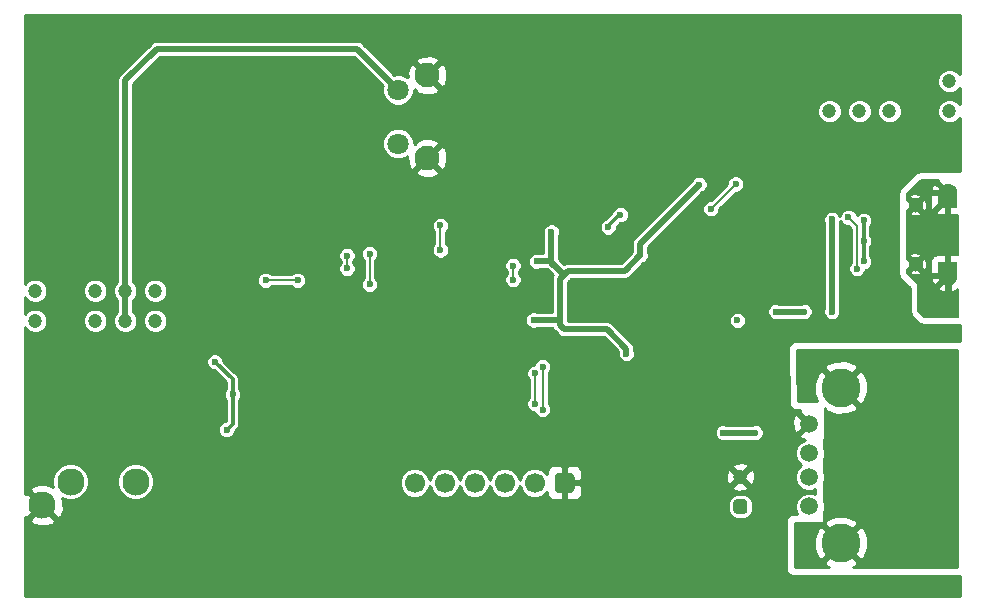
<source format=gbl>
G04 #@! TF.GenerationSoftware,KiCad,Pcbnew,(5.0.0)*
G04 #@! TF.CreationDate,2018-11-19T18:26:54-05:00*
G04 #@! TF.ProjectId,scope-footswitch,73636F70652D666F6F74737769746368,1.3*
G04 #@! TF.SameCoordinates,Original*
G04 #@! TF.FileFunction,Copper,L2,Bot,Signal*
G04 #@! TF.FilePolarity,Positive*
%FSLAX46Y46*%
G04 Gerber Fmt 4.6, Leading zero omitted, Abs format (unit mm)*
G04 Created by KiCad (PCBNEW (5.0.0)) date 11/19/18 18:26:54*
%MOMM*%
%LPD*%
G01*
G04 APERTURE LIST*
G04 #@! TA.AperFunction,ComponentPad*
%ADD10C,2.300000*%
G04 #@! TD*
G04 #@! TA.AperFunction,ComponentPad*
%ADD11C,1.700000*%
G04 #@! TD*
G04 #@! TA.AperFunction,Conductor*
%ADD12C,0.100000*%
G04 #@! TD*
G04 #@! TA.AperFunction,ComponentPad*
%ADD13C,1.500000*%
G04 #@! TD*
G04 #@! TA.AperFunction,ComponentPad*
%ADD14C,3.300000*%
G04 #@! TD*
G04 #@! TA.AperFunction,ComponentPad*
%ADD15C,1.200000*%
G04 #@! TD*
G04 #@! TA.AperFunction,ComponentPad*
%ADD16C,1.600000*%
G04 #@! TD*
G04 #@! TA.AperFunction,ComponentPad*
%ADD17C,1.300000*%
G04 #@! TD*
G04 #@! TA.AperFunction,ComponentPad*
%ADD18C,1.800000*%
G04 #@! TD*
G04 #@! TA.AperFunction,ComponentPad*
%ADD19C,2.100000*%
G04 #@! TD*
G04 #@! TA.AperFunction,ViaPad*
%ADD20C,0.600000*%
G04 #@! TD*
G04 #@! TA.AperFunction,Conductor*
%ADD21C,0.300000*%
G04 #@! TD*
G04 #@! TA.AperFunction,Conductor*
%ADD22C,0.500000*%
G04 #@! TD*
G04 #@! TA.AperFunction,Conductor*
%ADD23C,0.160000*%
G04 #@! TD*
G04 #@! TA.AperFunction,Conductor*
%ADD24C,0.600000*%
G04 #@! TD*
G04 #@! TA.AperFunction,Conductor*
%ADD25C,0.254000*%
G04 #@! TD*
G04 APERTURE END LIST*
D10*
G04 #@! TO.P,J1,3*
G04 #@! TO.N,Net-(J1-Pad3)*
X118400000Y-109100000D03*
G04 #@! TO.P,J1,2*
G04 #@! TO.N,Net-(J1-Pad2)*
X112900000Y-109100000D03*
G04 #@! TO.P,J1,1*
G04 #@! TO.N,GND*
X110500000Y-111100000D03*
G04 #@! TD*
D11*
G04 #@! TO.P,P1,6*
G04 #@! TO.N,Net-(D6-Pad3)*
X142020000Y-109200000D03*
G04 #@! TO.P,P1,5*
G04 #@! TO.N,/UART_TX*
X144560000Y-109200000D03*
G04 #@! TO.P,P1,4*
G04 #@! TO.N,/UART_RX*
X147100000Y-109200000D03*
G04 #@! TO.P,P1,3*
G04 #@! TO.N,Net-(P1-Pad3)*
X149640000Y-109200000D03*
G04 #@! TO.P,P1,2*
G04 #@! TO.N,Net-(P1-Pad2)*
X152180000Y-109200000D03*
D12*
G04 #@! TD*
G04 #@! TO.N,GND*
G04 #@! TO.C,P1*
G36*
X155186657Y-108352046D02*
X155227913Y-108358166D01*
X155268371Y-108368300D01*
X155307640Y-108382351D01*
X155345344Y-108400183D01*
X155381117Y-108421625D01*
X155414617Y-108446471D01*
X155445520Y-108474480D01*
X155473529Y-108505383D01*
X155498375Y-108538883D01*
X155519817Y-108574656D01*
X155537649Y-108612360D01*
X155551700Y-108651629D01*
X155561834Y-108692087D01*
X155567954Y-108733343D01*
X155570000Y-108775000D01*
X155570000Y-109625000D01*
X155567954Y-109666657D01*
X155561834Y-109707913D01*
X155551700Y-109748371D01*
X155537649Y-109787640D01*
X155519817Y-109825344D01*
X155498375Y-109861117D01*
X155473529Y-109894617D01*
X155445520Y-109925520D01*
X155414617Y-109953529D01*
X155381117Y-109978375D01*
X155345344Y-109999817D01*
X155307640Y-110017649D01*
X155268371Y-110031700D01*
X155227913Y-110041834D01*
X155186657Y-110047954D01*
X155145000Y-110050000D01*
X154295000Y-110050000D01*
X154253343Y-110047954D01*
X154212087Y-110041834D01*
X154171629Y-110031700D01*
X154132360Y-110017649D01*
X154094656Y-109999817D01*
X154058883Y-109978375D01*
X154025383Y-109953529D01*
X153994480Y-109925520D01*
X153966471Y-109894617D01*
X153941625Y-109861117D01*
X153920183Y-109825344D01*
X153902351Y-109787640D01*
X153888300Y-109748371D01*
X153878166Y-109707913D01*
X153872046Y-109666657D01*
X153870000Y-109625000D01*
X153870000Y-108775000D01*
X153872046Y-108733343D01*
X153878166Y-108692087D01*
X153888300Y-108651629D01*
X153902351Y-108612360D01*
X153920183Y-108574656D01*
X153941625Y-108538883D01*
X153966471Y-108505383D01*
X153994480Y-108474480D01*
X154025383Y-108446471D01*
X154058883Y-108421625D01*
X154094656Y-108400183D01*
X154132360Y-108382351D01*
X154171629Y-108368300D01*
X154212087Y-108358166D01*
X154253343Y-108352046D01*
X154295000Y-108350000D01*
X155145000Y-108350000D01*
X155186657Y-108352046D01*
X155186657Y-108352046D01*
G37*
D11*
G04 #@! TO.P,P1,1*
G04 #@! TO.N,GND*
X154720000Y-109200000D03*
G04 #@! TD*
D13*
G04 #@! TO.P,J2,1*
G04 #@! TO.N,/HOST_VBUS*
X175390000Y-111200000D03*
G04 #@! TO.P,J2,2*
G04 #@! TO.N,/HOST_DM*
X175390000Y-108700000D03*
G04 #@! TO.P,J2,3*
G04 #@! TO.N,/HOST_DP*
X175390000Y-106700000D03*
G04 #@! TO.P,J2,4*
G04 #@! TO.N,GND*
X175390000Y-104200000D03*
D14*
G04 #@! TO.P,J2,M1*
G04 #@! TO.N,/HOST_SHIELD*
X178100000Y-114270000D03*
G04 #@! TO.P,J2,M2*
X178100000Y-101130000D03*
G04 #@! TD*
D12*
G04 #@! TO.N,/HOST_VBUS*
G04 #@! TO.C,C24*
G36*
X169929405Y-110601445D02*
X169958527Y-110605764D01*
X169987085Y-110612918D01*
X170014805Y-110622836D01*
X170041419Y-110635424D01*
X170066671Y-110650559D01*
X170090318Y-110668097D01*
X170112132Y-110687868D01*
X170131903Y-110709682D01*
X170149441Y-110733329D01*
X170164576Y-110758581D01*
X170177164Y-110785195D01*
X170187082Y-110812915D01*
X170194236Y-110841473D01*
X170198555Y-110870595D01*
X170200000Y-110900000D01*
X170200000Y-111500000D01*
X170198555Y-111529405D01*
X170194236Y-111558527D01*
X170187082Y-111587085D01*
X170177164Y-111614805D01*
X170164576Y-111641419D01*
X170149441Y-111666671D01*
X170131903Y-111690318D01*
X170112132Y-111712132D01*
X170090318Y-111731903D01*
X170066671Y-111749441D01*
X170041419Y-111764576D01*
X170014805Y-111777164D01*
X169987085Y-111787082D01*
X169958527Y-111794236D01*
X169929405Y-111798555D01*
X169900000Y-111800000D01*
X169300000Y-111800000D01*
X169270595Y-111798555D01*
X169241473Y-111794236D01*
X169212915Y-111787082D01*
X169185195Y-111777164D01*
X169158581Y-111764576D01*
X169133329Y-111749441D01*
X169109682Y-111731903D01*
X169087868Y-111712132D01*
X169068097Y-111690318D01*
X169050559Y-111666671D01*
X169035424Y-111641419D01*
X169022836Y-111614805D01*
X169012918Y-111587085D01*
X169005764Y-111558527D01*
X169001445Y-111529405D01*
X169000000Y-111500000D01*
X169000000Y-110900000D01*
X169001445Y-110870595D01*
X169005764Y-110841473D01*
X169012918Y-110812915D01*
X169022836Y-110785195D01*
X169035424Y-110758581D01*
X169050559Y-110733329D01*
X169068097Y-110709682D01*
X169087868Y-110687868D01*
X169109682Y-110668097D01*
X169133329Y-110650559D01*
X169158581Y-110635424D01*
X169185195Y-110622836D01*
X169212915Y-110612918D01*
X169241473Y-110605764D01*
X169270595Y-110601445D01*
X169300000Y-110600000D01*
X169900000Y-110600000D01*
X169929405Y-110601445D01*
X169929405Y-110601445D01*
G37*
D15*
G04 #@! TD*
G04 #@! TO.P,C24,+*
G04 #@! TO.N,/HOST_VBUS*
X169600000Y-111200000D03*
G04 #@! TO.P,C24,-*
G04 #@! TO.N,GND*
X169600000Y-108700000D03*
G04 #@! TD*
D16*
G04 #@! TO.P,J3,M1*
G04 #@! TO.N,/DEVICE_SHIELD*
X187159000Y-91700000D03*
D12*
G04 #@! TD*
G04 #@! TO.N,/DEVICE_SHIELD*
G04 #@! TO.C,J3*
G36*
X187959000Y-90500000D02*
X187959000Y-91700000D01*
X187958036Y-91700000D01*
X187958036Y-91739254D01*
X187950341Y-91817384D01*
X187935025Y-91894384D01*
X187912235Y-91969512D01*
X187882191Y-92042044D01*
X187845183Y-92111282D01*
X187801566Y-92176559D01*
X187751761Y-92237247D01*
X187696247Y-92292761D01*
X187635559Y-92342566D01*
X187570282Y-92386183D01*
X187501044Y-92423191D01*
X187428512Y-92453235D01*
X187353384Y-92476025D01*
X187276384Y-92491341D01*
X187198254Y-92499036D01*
X187119746Y-92499036D01*
X187041616Y-92491341D01*
X186964616Y-92476025D01*
X186889488Y-92453235D01*
X186816956Y-92423191D01*
X186747718Y-92386183D01*
X186682441Y-92342566D01*
X186621753Y-92292761D01*
X186566239Y-92237247D01*
X186516434Y-92176559D01*
X186472817Y-92111282D01*
X186435809Y-92042044D01*
X186405765Y-91969512D01*
X186382975Y-91894384D01*
X186367659Y-91817384D01*
X186359964Y-91739254D01*
X186359964Y-91700000D01*
X186359000Y-91700000D01*
X186359000Y-90500000D01*
X187959000Y-90500000D01*
X187959000Y-90500000D01*
G37*
D17*
G04 #@! TO.P,J3,M3*
G04 #@! TO.N,/DEVICE_SHIELD*
X184459000Y-90700000D03*
G04 #@! TO.P,J3,M4*
X184459000Y-85700000D03*
D16*
G04 #@! TO.P,J3,M2*
X187159000Y-84700000D03*
D12*
G04 #@! TD*
G04 #@! TO.N,/DEVICE_SHIELD*
G04 #@! TO.C,J3*
G36*
X186359000Y-85900000D02*
X186359000Y-84700000D01*
X186359964Y-84700000D01*
X186359964Y-84660746D01*
X186367659Y-84582616D01*
X186382975Y-84505616D01*
X186405765Y-84430488D01*
X186435809Y-84357956D01*
X186472817Y-84288718D01*
X186516434Y-84223441D01*
X186566239Y-84162753D01*
X186621753Y-84107239D01*
X186682441Y-84057434D01*
X186747718Y-84013817D01*
X186816956Y-83976809D01*
X186889488Y-83946765D01*
X186964616Y-83923975D01*
X187041616Y-83908659D01*
X187119746Y-83900964D01*
X187198254Y-83900964D01*
X187276384Y-83908659D01*
X187353384Y-83923975D01*
X187428512Y-83946765D01*
X187501044Y-83976809D01*
X187570282Y-84013817D01*
X187635559Y-84057434D01*
X187696247Y-84107239D01*
X187751761Y-84162753D01*
X187801566Y-84223441D01*
X187845183Y-84288718D01*
X187882191Y-84357956D01*
X187912235Y-84430488D01*
X187935025Y-84505616D01*
X187950341Y-84582616D01*
X187958036Y-84660746D01*
X187958036Y-84700000D01*
X187959000Y-84700000D01*
X187959000Y-85900000D01*
X186359000Y-85900000D01*
X186359000Y-85900000D01*
G37*
D15*
G04 #@! TO.P,SW3,1*
G04 #@! TO.N,Net-(SW3-Pad1)*
X120060000Y-95470000D03*
G04 #@! TO.P,SW3,2*
G04 #@! TO.N,+3V3*
X117520000Y-95470000D03*
G04 #@! TO.P,SW3,3*
G04 #@! TO.N,/MODE_R*
X114980000Y-95470000D03*
G04 #@! TO.P,SW3,4*
G04 #@! TO.N,Net-(R29-Pad1)*
X120060000Y-92930000D03*
G04 #@! TO.P,SW3,5*
G04 #@! TO.N,+3V3*
X117520000Y-92930000D03*
G04 #@! TO.P,SW3,6*
G04 #@! TO.N,Net-(R31-Pad1)*
X114980000Y-92930000D03*
G04 #@! TO.P,SW3,M1*
G04 #@! TO.N,Net-(SW3-PadM1)*
X109900000Y-95470000D03*
G04 #@! TO.P,SW3,M2*
G04 #@! TO.N,Net-(SW3-PadM2)*
X109900000Y-92930000D03*
G04 #@! TD*
G04 #@! TO.P,SW1,4*
G04 #@! TO.N,/EN_DEVICE_5V*
X177140000Y-77740000D03*
G04 #@! TO.P,SW1,5*
G04 #@! TO.N,VBUS*
X179680000Y-77740000D03*
G04 #@! TO.P,SW1,6*
G04 #@! TO.N,/EN_HOST_5V*
X182220000Y-77740000D03*
G04 #@! TO.P,SW1,M1*
G04 #@! TO.N,Net-(SW1-PadM1)*
X187300000Y-75200000D03*
G04 #@! TO.P,SW1,M2*
G04 #@! TO.N,Net-(SW1-PadM2)*
X187300000Y-77740000D03*
G04 #@! TD*
D18*
G04 #@! TO.P,SW2,1*
G04 #@! TO.N,+3V3*
X140600000Y-75925000D03*
G04 #@! TO.P,SW2,2*
G04 #@! TO.N,/BTN_R*
X140600000Y-80475000D03*
D19*
G04 #@! TO.P,SW2,M1*
G04 #@! TO.N,GND*
X143100000Y-74700000D03*
G04 #@! TO.P,SW2,M2*
X143100000Y-81700000D03*
G04 #@! TD*
D20*
G04 #@! TO.N,+3V3*
X161100000Y-89950000D03*
X166100000Y-83950000D03*
X126600000Y-101700000D03*
X125100000Y-98950000D03*
X126100000Y-104700000D03*
X152100000Y-95410000D03*
X152350000Y-90450000D03*
X153600000Y-87950000D03*
X159950000Y-98250000D03*
G04 #@! TO.N,GND*
X121900000Y-92100000D03*
X109500000Y-70600000D03*
X182850000Y-86450000D03*
X172350000Y-91450000D03*
X165350000Y-93950000D03*
X170850000Y-99950000D03*
X166850000Y-87200000D03*
X168100000Y-87200000D03*
X165600000Y-87200000D03*
X184350000Y-95700000D03*
X182350000Y-95700000D03*
X182600000Y-93200000D03*
X182543664Y-88643664D03*
X171250000Y-83600000D03*
X129950000Y-83450000D03*
X128800000Y-77900000D03*
X163600000Y-107200000D03*
X163600000Y-76200000D03*
X162850000Y-82450000D03*
X161350000Y-91410000D03*
X155100000Y-75700000D03*
X153850000Y-75700000D03*
X151350000Y-75700000D03*
X133600000Y-83810000D03*
X132350000Y-83810000D03*
X136350000Y-95950000D03*
X129850000Y-88950000D03*
X127850000Y-88950000D03*
X143850000Y-95200000D03*
X123400000Y-76500000D03*
X161350000Y-112700000D03*
X121600000Y-101700000D03*
X129600000Y-104950000D03*
X128600000Y-97450000D03*
X124050000Y-87150000D03*
X120600000Y-89050000D03*
X147350000Y-89700000D03*
X145600000Y-88200000D03*
X151600000Y-94700000D03*
X154850000Y-87950000D03*
X152100000Y-88450000D03*
X159100000Y-98300000D03*
X160450000Y-101700000D03*
X164600000Y-91200000D03*
X168150000Y-101850000D03*
X148250000Y-83500000D03*
X171150000Y-114650000D03*
X171150000Y-115750000D03*
X153950000Y-85650000D03*
X180750000Y-85000000D03*
X180759235Y-83759363D03*
X121850000Y-98950000D03*
X149950000Y-94650000D03*
X157800000Y-92750000D03*
X155900000Y-94650000D03*
X157800000Y-94650000D03*
X155900000Y-92750000D03*
X109500000Y-117600000D03*
X112000000Y-117600000D03*
X114500000Y-117600000D03*
X117000000Y-117600000D03*
X119500000Y-117600000D03*
X122000000Y-117600000D03*
X124500000Y-117600000D03*
X127000000Y-117600000D03*
X129500000Y-117600000D03*
X132000000Y-117600000D03*
X134500000Y-117600000D03*
X137000000Y-117600000D03*
X139500000Y-117600000D03*
X142000000Y-117600000D03*
X144500000Y-117600000D03*
X147000000Y-117600000D03*
X149500000Y-117600000D03*
X152000000Y-117600000D03*
X154500000Y-117600000D03*
X157000000Y-117600000D03*
X159500000Y-117600000D03*
X162000000Y-117600000D03*
X164500000Y-117600000D03*
X167000000Y-117600000D03*
X169500000Y-117600000D03*
X172000000Y-117600000D03*
X174500000Y-117600000D03*
X177000000Y-117600000D03*
X179500000Y-117600000D03*
X182000000Y-117600000D03*
X184500000Y-117600000D03*
X187000000Y-117600000D03*
X112000000Y-70600000D03*
X114500000Y-70600000D03*
X117000000Y-70600000D03*
X119500000Y-70600000D03*
X122000000Y-70600000D03*
X124500000Y-70600000D03*
X127000000Y-70600000D03*
X129500000Y-70600000D03*
X132000000Y-70600000D03*
X134500000Y-70600000D03*
X137000000Y-70600000D03*
X139500000Y-70600000D03*
X142000000Y-70600000D03*
X144500000Y-70600000D03*
X147000000Y-70600000D03*
X149500000Y-70600000D03*
X152000000Y-70600000D03*
X154500000Y-70600000D03*
X157000000Y-70600000D03*
X159500000Y-70600000D03*
X162000000Y-70600000D03*
X164500000Y-70600000D03*
X167000000Y-70600000D03*
X169500000Y-70600000D03*
X172000000Y-70600000D03*
X174500000Y-70600000D03*
X177000000Y-70600000D03*
X179500000Y-70600000D03*
X182000000Y-70600000D03*
X184500000Y-70600000D03*
X187000000Y-70600000D03*
X143050000Y-88500000D03*
X165100000Y-79200000D03*
X166100000Y-79200000D03*
X167100000Y-79200000D03*
X164100000Y-79200000D03*
X163100000Y-79200000D03*
X171900000Y-95700000D03*
X175100000Y-95800000D03*
X175400000Y-90500000D03*
G04 #@! TO.N,VBUS*
X180040000Y-88710000D03*
X180040000Y-90450000D03*
X180040000Y-86970000D03*
G04 #@! TO.N,/HOST_VBUS*
X170850000Y-104950000D03*
X168150000Y-104950000D03*
G04 #@! TO.N,/BTN*
X144200000Y-87400000D03*
X144200000Y-89500000D03*
G04 #@! TO.N,/EN_DEVICE*
X159450000Y-86500000D03*
X158400000Y-87550000D03*
X167100000Y-86000000D03*
X169200000Y-83900000D03*
G04 #@! TO.N,/NRST*
X138200000Y-89800000D03*
X138200000Y-92400000D03*
G04 #@! TO.N,+5V*
X177350000Y-94700000D03*
X169350000Y-95450000D03*
X177350000Y-86900000D03*
X175000000Y-94700000D03*
X172600000Y-94700000D03*
G04 #@! TO.N,/I2C_SDA*
X150350000Y-90800000D03*
X150350000Y-91990000D03*
X136300000Y-91050000D03*
X136300000Y-89960000D03*
G04 #@! TO.N,/MODE*
X129400000Y-92050000D03*
X132110000Y-92050000D03*
G04 #@! TO.N,/UART_RX*
X152850000Y-99350000D03*
X152850000Y-103000000D03*
G04 #@! TO.N,/UART_TX*
X152200000Y-102500000D03*
X152200000Y-99925000D03*
G04 #@! TO.N,/PWR_EN*
X179480000Y-91060000D03*
X178740000Y-86720000D03*
G04 #@! TD*
D21*
G04 #@! TO.N,+3V3*
X126600000Y-100450000D02*
X125100000Y-98950000D01*
X126600000Y-101700000D02*
X126600000Y-100450000D01*
X126600000Y-104200000D02*
X126600000Y-101700000D01*
X126100000Y-104700000D02*
X126600000Y-104200000D01*
D22*
X166100000Y-83950000D02*
X161100000Y-88950000D01*
X161100000Y-88950000D02*
X161100000Y-89950000D01*
X161100000Y-89950000D02*
X159800000Y-91250000D01*
X159800000Y-91250000D02*
X155000000Y-91250000D01*
X154300000Y-95850000D02*
X154650000Y-96200000D01*
X159950000Y-97825736D02*
X159950000Y-98250000D01*
X158324264Y-96200000D02*
X159950000Y-97825736D01*
X154650000Y-96200000D02*
X158324264Y-96200000D01*
X154240000Y-95410000D02*
X152100000Y-95410000D01*
X154300000Y-95350000D02*
X154240000Y-95410000D01*
X154300000Y-95350000D02*
X154300000Y-95850000D01*
X154300000Y-91950000D02*
X154300000Y-95350000D01*
X154650000Y-91600000D02*
X154300000Y-91950000D01*
X155000000Y-91250000D02*
X154650000Y-91600000D01*
X153500000Y-90450000D02*
X152350000Y-90450000D01*
X154650000Y-91600000D02*
X153500000Y-90450000D01*
X153500000Y-90450000D02*
X153600000Y-90350000D01*
X153600000Y-90550000D02*
X154650000Y-91600000D01*
X153600000Y-89950000D02*
X153600000Y-90550000D01*
X153600000Y-89950000D02*
X153600000Y-87950000D01*
X153600000Y-90350000D02*
X153600000Y-89950000D01*
X117520000Y-92930000D02*
X117520000Y-95470000D01*
X140600000Y-75925000D02*
X137125000Y-72450000D01*
X137125000Y-72450000D02*
X120200000Y-72450000D01*
X117520000Y-75130000D02*
X117520000Y-92930000D01*
X120200000Y-72450000D02*
X117520000Y-75130000D01*
G04 #@! TO.N,GND*
X170850000Y-101950000D02*
X170100000Y-101950000D01*
X170100000Y-101950000D02*
X169100000Y-102950000D01*
D21*
G04 #@! TO.N,VBUS*
X180040000Y-88710000D02*
X180040000Y-90450000D01*
X180040000Y-87350000D02*
X180040000Y-86970000D01*
X180040000Y-88710000D02*
X180040000Y-87350000D01*
D22*
G04 #@! TO.N,/HOST_VBUS*
X168150000Y-104950000D02*
X170850000Y-104950000D01*
D23*
G04 #@! TO.N,/BTN*
X144200000Y-87400000D02*
X144200000Y-89500000D01*
G04 #@! TO.N,/EN_DEVICE*
X159308119Y-86441881D02*
X158318162Y-87431838D01*
X159450000Y-86500000D02*
X158418162Y-87531838D01*
X167100000Y-86000000D02*
X169200000Y-83900000D01*
G04 #@! TO.N,/NRST*
X138200000Y-89800000D02*
X138200000Y-92400000D01*
D22*
G04 #@! TO.N,+5V*
X177350000Y-94700000D02*
X177350000Y-86900000D01*
X175000000Y-94700000D02*
X172600000Y-94700000D01*
D23*
G04 #@! TO.N,/I2C_SDA*
X150350000Y-90800000D02*
X150350000Y-91990000D01*
X136300000Y-91050000D02*
X136300000Y-89960000D01*
G04 #@! TO.N,/MODE*
X129250000Y-92050000D02*
X132110000Y-92050000D01*
G04 #@! TO.N,/UART_RX*
X152850000Y-103000000D02*
X152850000Y-99350000D01*
G04 #@! TO.N,/UART_TX*
X152200000Y-102500000D02*
X152200000Y-100000000D01*
G04 #@! TO.N,/PWR_EN*
X179480000Y-91060000D02*
X179480000Y-87460000D01*
X179480000Y-87460000D02*
X178740000Y-86720000D01*
D22*
G04 #@! TO.N,/DEVICE_SHIELD*
X187159000Y-91700000D02*
X187159000Y-84700000D01*
D24*
X187159000Y-91700000D02*
X187159000Y-93891000D01*
D22*
X187159000Y-91700000D02*
X185909000Y-92950000D01*
X187159000Y-91700000D02*
X185600000Y-91700000D01*
X187159000Y-84700000D02*
X186159000Y-83700000D01*
X187159000Y-84700000D02*
X185350000Y-84700000D01*
X186600000Y-85700000D02*
X185350000Y-86950000D01*
D23*
X187159000Y-84700000D02*
X186850000Y-85450000D01*
X186850000Y-85450000D02*
X186600000Y-85700000D01*
G04 #@! TD*
G04 #@! TO.N,/DEVICE_SHIELD*
G36*
X186323230Y-83590322D02*
X186233694Y-83663801D01*
X186122801Y-83774694D01*
X186049322Y-83864230D01*
X185962193Y-83994628D01*
X185907593Y-84096776D01*
X185847578Y-84241665D01*
X185813956Y-84352502D01*
X185783360Y-84506316D01*
X185772007Y-84621586D01*
X185772007Y-84660890D01*
X185768155Y-84700000D01*
X185768155Y-85900000D01*
X185779508Y-86015268D01*
X185813130Y-86126107D01*
X185867730Y-86228256D01*
X185941209Y-86317791D01*
X186030744Y-86391270D01*
X186132893Y-86445870D01*
X186243732Y-86479492D01*
X186359000Y-86490845D01*
X187959000Y-86490845D01*
X188011501Y-86485674D01*
X188011501Y-89914326D01*
X187959000Y-89909155D01*
X186359000Y-89909155D01*
X186243732Y-89920508D01*
X186132893Y-89954130D01*
X186030744Y-90008730D01*
X185941209Y-90082209D01*
X185867730Y-90171744D01*
X185813130Y-90273893D01*
X185779508Y-90384732D01*
X185768155Y-90500000D01*
X185768155Y-91700000D01*
X185772007Y-91739110D01*
X185772007Y-91778414D01*
X185783360Y-91893684D01*
X185813956Y-92047498D01*
X185847578Y-92158335D01*
X185907593Y-92303224D01*
X185962193Y-92405372D01*
X186049322Y-92535770D01*
X186122801Y-92625306D01*
X186233694Y-92736199D01*
X186323230Y-92809678D01*
X186453628Y-92896807D01*
X186555776Y-92951407D01*
X186700665Y-93011422D01*
X186811502Y-93045044D01*
X186965316Y-93075640D01*
X187080586Y-93086993D01*
X187237414Y-93086993D01*
X187352684Y-93075640D01*
X187506498Y-93045044D01*
X187617335Y-93011422D01*
X187762224Y-92951407D01*
X187864372Y-92896807D01*
X187994770Y-92809678D01*
X188011501Y-92795948D01*
X188011501Y-95120000D01*
X185133138Y-95120000D01*
X184680000Y-94666862D01*
X184680000Y-92450000D01*
X184678463Y-92434393D01*
X184673910Y-92419385D01*
X184666518Y-92405554D01*
X184656569Y-92393431D01*
X183684958Y-91421820D01*
X183983253Y-91421820D01*
X184060089Y-91545080D01*
X184232621Y-91606665D01*
X184413853Y-91633408D01*
X184596819Y-91624280D01*
X184774489Y-91579633D01*
X184857911Y-91545080D01*
X184934747Y-91421820D01*
X184459000Y-90946073D01*
X183983253Y-91421820D01*
X183684958Y-91421820D01*
X183680000Y-91416862D01*
X183680000Y-91140103D01*
X183737180Y-91175747D01*
X184212927Y-90700000D01*
X184705073Y-90700000D01*
X185180820Y-91175747D01*
X185304080Y-91098911D01*
X185365665Y-90926379D01*
X185392408Y-90745147D01*
X185383280Y-90562181D01*
X185338633Y-90384511D01*
X185304080Y-90301089D01*
X185180820Y-90224253D01*
X184705073Y-90700000D01*
X184212927Y-90700000D01*
X183737180Y-90224253D01*
X183680000Y-90259897D01*
X183680000Y-89978180D01*
X183983253Y-89978180D01*
X184459000Y-90453927D01*
X184934747Y-89978180D01*
X184857911Y-89854920D01*
X184685379Y-89793335D01*
X184504147Y-89766592D01*
X184321181Y-89775720D01*
X184143511Y-89820367D01*
X184060089Y-89854920D01*
X183983253Y-89978180D01*
X183680000Y-89978180D01*
X183680000Y-86766660D01*
X183703875Y-86709020D01*
X183738000Y-86537460D01*
X183738000Y-86421820D01*
X183983253Y-86421820D01*
X184060089Y-86545080D01*
X184232621Y-86606665D01*
X184413853Y-86633408D01*
X184596819Y-86624280D01*
X184774489Y-86579633D01*
X184857911Y-86545080D01*
X184934747Y-86421820D01*
X184459000Y-85946073D01*
X183983253Y-86421820D01*
X183738000Y-86421820D01*
X183738000Y-86362540D01*
X183703875Y-86190980D01*
X183683776Y-86142457D01*
X183737180Y-86175747D01*
X184212927Y-85700000D01*
X184705073Y-85700000D01*
X185180820Y-86175747D01*
X185304080Y-86098911D01*
X185365665Y-85926379D01*
X185392408Y-85745147D01*
X185383280Y-85562181D01*
X185338633Y-85384511D01*
X185304080Y-85301089D01*
X185180820Y-85224253D01*
X184705073Y-85700000D01*
X184212927Y-85700000D01*
X183737180Y-85224253D01*
X183680000Y-85259897D01*
X183680000Y-84978180D01*
X183983253Y-84978180D01*
X184459000Y-85453927D01*
X184934747Y-84978180D01*
X184857911Y-84854920D01*
X184685379Y-84793335D01*
X184504147Y-84766592D01*
X184321181Y-84775720D01*
X184143511Y-84820367D01*
X184060089Y-84854920D01*
X183983253Y-84978180D01*
X183680000Y-84978180D01*
X183680000Y-84733138D01*
X184883138Y-83530000D01*
X186413508Y-83530000D01*
X186323230Y-83590322D01*
X186323230Y-83590322D01*
G37*
X186323230Y-83590322D02*
X186233694Y-83663801D01*
X186122801Y-83774694D01*
X186049322Y-83864230D01*
X185962193Y-83994628D01*
X185907593Y-84096776D01*
X185847578Y-84241665D01*
X185813956Y-84352502D01*
X185783360Y-84506316D01*
X185772007Y-84621586D01*
X185772007Y-84660890D01*
X185768155Y-84700000D01*
X185768155Y-85900000D01*
X185779508Y-86015268D01*
X185813130Y-86126107D01*
X185867730Y-86228256D01*
X185941209Y-86317791D01*
X186030744Y-86391270D01*
X186132893Y-86445870D01*
X186243732Y-86479492D01*
X186359000Y-86490845D01*
X187959000Y-86490845D01*
X188011501Y-86485674D01*
X188011501Y-89914326D01*
X187959000Y-89909155D01*
X186359000Y-89909155D01*
X186243732Y-89920508D01*
X186132893Y-89954130D01*
X186030744Y-90008730D01*
X185941209Y-90082209D01*
X185867730Y-90171744D01*
X185813130Y-90273893D01*
X185779508Y-90384732D01*
X185768155Y-90500000D01*
X185768155Y-91700000D01*
X185772007Y-91739110D01*
X185772007Y-91778414D01*
X185783360Y-91893684D01*
X185813956Y-92047498D01*
X185847578Y-92158335D01*
X185907593Y-92303224D01*
X185962193Y-92405372D01*
X186049322Y-92535770D01*
X186122801Y-92625306D01*
X186233694Y-92736199D01*
X186323230Y-92809678D01*
X186453628Y-92896807D01*
X186555776Y-92951407D01*
X186700665Y-93011422D01*
X186811502Y-93045044D01*
X186965316Y-93075640D01*
X187080586Y-93086993D01*
X187237414Y-93086993D01*
X187352684Y-93075640D01*
X187506498Y-93045044D01*
X187617335Y-93011422D01*
X187762224Y-92951407D01*
X187864372Y-92896807D01*
X187994770Y-92809678D01*
X188011501Y-92795948D01*
X188011501Y-95120000D01*
X185133138Y-95120000D01*
X184680000Y-94666862D01*
X184680000Y-92450000D01*
X184678463Y-92434393D01*
X184673910Y-92419385D01*
X184666518Y-92405554D01*
X184656569Y-92393431D01*
X183684958Y-91421820D01*
X183983253Y-91421820D01*
X184060089Y-91545080D01*
X184232621Y-91606665D01*
X184413853Y-91633408D01*
X184596819Y-91624280D01*
X184774489Y-91579633D01*
X184857911Y-91545080D01*
X184934747Y-91421820D01*
X184459000Y-90946073D01*
X183983253Y-91421820D01*
X183684958Y-91421820D01*
X183680000Y-91416862D01*
X183680000Y-91140103D01*
X183737180Y-91175747D01*
X184212927Y-90700000D01*
X184705073Y-90700000D01*
X185180820Y-91175747D01*
X185304080Y-91098911D01*
X185365665Y-90926379D01*
X185392408Y-90745147D01*
X185383280Y-90562181D01*
X185338633Y-90384511D01*
X185304080Y-90301089D01*
X185180820Y-90224253D01*
X184705073Y-90700000D01*
X184212927Y-90700000D01*
X183737180Y-90224253D01*
X183680000Y-90259897D01*
X183680000Y-89978180D01*
X183983253Y-89978180D01*
X184459000Y-90453927D01*
X184934747Y-89978180D01*
X184857911Y-89854920D01*
X184685379Y-89793335D01*
X184504147Y-89766592D01*
X184321181Y-89775720D01*
X184143511Y-89820367D01*
X184060089Y-89854920D01*
X183983253Y-89978180D01*
X183680000Y-89978180D01*
X183680000Y-86766660D01*
X183703875Y-86709020D01*
X183738000Y-86537460D01*
X183738000Y-86421820D01*
X183983253Y-86421820D01*
X184060089Y-86545080D01*
X184232621Y-86606665D01*
X184413853Y-86633408D01*
X184596819Y-86624280D01*
X184774489Y-86579633D01*
X184857911Y-86545080D01*
X184934747Y-86421820D01*
X184459000Y-85946073D01*
X183983253Y-86421820D01*
X183738000Y-86421820D01*
X183738000Y-86362540D01*
X183703875Y-86190980D01*
X183683776Y-86142457D01*
X183737180Y-86175747D01*
X184212927Y-85700000D01*
X184705073Y-85700000D01*
X185180820Y-86175747D01*
X185304080Y-86098911D01*
X185365665Y-85926379D01*
X185392408Y-85745147D01*
X185383280Y-85562181D01*
X185338633Y-85384511D01*
X185304080Y-85301089D01*
X185180820Y-85224253D01*
X184705073Y-85700000D01*
X184212927Y-85700000D01*
X183737180Y-85224253D01*
X183680000Y-85259897D01*
X183680000Y-84978180D01*
X183983253Y-84978180D01*
X184459000Y-85453927D01*
X184934747Y-84978180D01*
X184857911Y-84854920D01*
X184685379Y-84793335D01*
X184504147Y-84766592D01*
X184321181Y-84775720D01*
X184143511Y-84820367D01*
X184060089Y-84854920D01*
X183983253Y-84978180D01*
X183680000Y-84978180D01*
X183680000Y-84733138D01*
X184883138Y-83530000D01*
X186413508Y-83530000D01*
X186323230Y-83590322D01*
D25*
G04 #@! TO.N,GND*
G36*
X188172501Y-74622724D02*
X188170648Y-74618251D01*
X187881749Y-74329352D01*
X187504283Y-74173000D01*
X187095717Y-74173000D01*
X186718251Y-74329352D01*
X186429352Y-74618251D01*
X186273000Y-74995717D01*
X186273000Y-75404283D01*
X186429352Y-75781749D01*
X186718251Y-76070648D01*
X187095717Y-76227000D01*
X187504283Y-76227000D01*
X187881749Y-76070648D01*
X188170648Y-75781749D01*
X188172501Y-75777276D01*
X188172501Y-77162724D01*
X188170648Y-77158251D01*
X187881749Y-76869352D01*
X187504283Y-76713000D01*
X187095717Y-76713000D01*
X186718251Y-76869352D01*
X186429352Y-77158251D01*
X186273000Y-77535717D01*
X186273000Y-77944283D01*
X186429352Y-78321749D01*
X186718251Y-78610648D01*
X187095717Y-78767000D01*
X187504283Y-78767000D01*
X187881749Y-78610648D01*
X188170648Y-78321749D01*
X188172501Y-78317276D01*
X188172501Y-82815000D01*
X184850000Y-82815000D01*
X184606996Y-82863336D01*
X184400987Y-83000987D01*
X183150987Y-84250987D01*
X183013336Y-84456996D01*
X182965000Y-84700000D01*
X182965000Y-91450000D01*
X183013336Y-91693004D01*
X183150987Y-91899013D01*
X183965000Y-92713026D01*
X183965000Y-94700000D01*
X184013336Y-94943004D01*
X184150987Y-95149013D01*
X184650987Y-95649013D01*
X184856996Y-95786664D01*
X185100000Y-95835000D01*
X188172500Y-95835000D01*
X188172500Y-97165000D01*
X174300000Y-97165000D01*
X174054915Y-97214203D01*
X173849396Y-97352584D01*
X173712478Y-97559080D01*
X173665004Y-97802254D01*
X173681419Y-102427254D01*
X173729751Y-102668004D01*
X173867402Y-102874013D01*
X174073411Y-103011664D01*
X174316415Y-103060000D01*
X174645630Y-103060000D01*
X174598088Y-103228483D01*
X175390000Y-104020395D01*
X175404143Y-104006253D01*
X175583748Y-104185858D01*
X175569605Y-104200000D01*
X175583748Y-104214143D01*
X175404143Y-104393748D01*
X175390000Y-104379605D01*
X174598088Y-105171517D01*
X174666077Y-105412460D01*
X175073064Y-105557303D01*
X174723283Y-105702187D01*
X174392187Y-106033283D01*
X174213000Y-106465880D01*
X174213000Y-106934120D01*
X174392187Y-107366717D01*
X174723283Y-107697813D01*
X174728563Y-107700000D01*
X174723283Y-107702187D01*
X174392187Y-108033283D01*
X174213000Y-108465880D01*
X174213000Y-108934120D01*
X174392187Y-109366717D01*
X174723283Y-109697813D01*
X175155880Y-109877000D01*
X175624120Y-109877000D01*
X175953020Y-109740765D01*
X175952336Y-110158951D01*
X175624120Y-110023000D01*
X175155880Y-110023000D01*
X174723283Y-110202187D01*
X174392187Y-110533283D01*
X174213000Y-110965880D01*
X174213000Y-111434120D01*
X174370765Y-111815000D01*
X174083585Y-111815000D01*
X173840581Y-111863336D01*
X173634572Y-112000987D01*
X173496921Y-112206996D01*
X173448585Y-112450000D01*
X173448585Y-116450000D01*
X173496921Y-116693004D01*
X173634572Y-116899013D01*
X173840581Y-117036664D01*
X174083585Y-117085000D01*
X188172500Y-117085000D01*
X188172500Y-118772500D01*
X109027500Y-118772500D01*
X109027500Y-112361025D01*
X109418581Y-112361025D01*
X109535601Y-112643446D01*
X110199663Y-112895018D01*
X110909448Y-112873314D01*
X111464399Y-112643446D01*
X111581419Y-112361025D01*
X110500000Y-111279605D01*
X109418581Y-112361025D01*
X109027500Y-112361025D01*
X109027500Y-112093795D01*
X109238975Y-112181419D01*
X110320395Y-111100000D01*
X109238975Y-110018581D01*
X109027500Y-110106205D01*
X109027500Y-109838975D01*
X109418581Y-109838975D01*
X110500000Y-110920395D01*
X110514142Y-110906252D01*
X110693748Y-111085858D01*
X110679605Y-111100000D01*
X111761025Y-112181419D01*
X112043446Y-112064399D01*
X112295018Y-111400337D01*
X112279719Y-110900000D01*
X168564635Y-110900000D01*
X168564635Y-111500000D01*
X168620611Y-111781412D01*
X168780018Y-112019982D01*
X169018588Y-112179389D01*
X169300000Y-112235365D01*
X169900000Y-112235365D01*
X170181412Y-112179389D01*
X170419982Y-112019982D01*
X170579389Y-111781412D01*
X170635365Y-111500000D01*
X170635365Y-110900000D01*
X170579389Y-110618588D01*
X170419982Y-110380018D01*
X170181412Y-110220611D01*
X169900000Y-110164635D01*
X169300000Y-110164635D01*
X169018588Y-110220611D01*
X168780018Y-110380018D01*
X168620611Y-110618588D01*
X168564635Y-110900000D01*
X112279719Y-110900000D01*
X112273314Y-110690552D01*
X112201713Y-110517693D01*
X112586315Y-110677000D01*
X113213685Y-110677000D01*
X113793299Y-110436916D01*
X114236916Y-109993299D01*
X114477000Y-109413685D01*
X114477000Y-108786315D01*
X116823000Y-108786315D01*
X116823000Y-109413685D01*
X117063084Y-109993299D01*
X117506701Y-110436916D01*
X118086315Y-110677000D01*
X118713685Y-110677000D01*
X119293299Y-110436916D01*
X119736916Y-109993299D01*
X119977000Y-109413685D01*
X119977000Y-108945989D01*
X140743000Y-108945989D01*
X140743000Y-109454011D01*
X140937412Y-109923362D01*
X141296638Y-110282588D01*
X141765989Y-110477000D01*
X142274011Y-110477000D01*
X142743362Y-110282588D01*
X143102588Y-109923362D01*
X143290000Y-109470910D01*
X143477412Y-109923362D01*
X143836638Y-110282588D01*
X144305989Y-110477000D01*
X144814011Y-110477000D01*
X145283362Y-110282588D01*
X145642588Y-109923362D01*
X145830000Y-109470910D01*
X146017412Y-109923362D01*
X146376638Y-110282588D01*
X146845989Y-110477000D01*
X147354011Y-110477000D01*
X147823362Y-110282588D01*
X148182588Y-109923362D01*
X148370000Y-109470910D01*
X148557412Y-109923362D01*
X148916638Y-110282588D01*
X149385989Y-110477000D01*
X149894011Y-110477000D01*
X150363362Y-110282588D01*
X150722588Y-109923362D01*
X150910000Y-109470910D01*
X151097412Y-109923362D01*
X151456638Y-110282588D01*
X151925989Y-110477000D01*
X152434011Y-110477000D01*
X152903362Y-110282588D01*
X153235000Y-109950950D01*
X153235000Y-110176309D01*
X153331673Y-110409698D01*
X153510301Y-110588327D01*
X153743690Y-110685000D01*
X154434250Y-110685000D01*
X154593000Y-110526250D01*
X154593000Y-109327000D01*
X154847000Y-109327000D01*
X154847000Y-110526250D01*
X155005750Y-110685000D01*
X155696310Y-110685000D01*
X155929699Y-110588327D01*
X156108327Y-110409698D01*
X156205000Y-110176309D01*
X156205000Y-109562735D01*
X168916870Y-109562735D01*
X168966383Y-109788164D01*
X169431036Y-109947807D01*
X169921413Y-109917482D01*
X170233617Y-109788164D01*
X170283130Y-109562735D01*
X169600000Y-108879605D01*
X168916870Y-109562735D01*
X156205000Y-109562735D01*
X156205000Y-109485750D01*
X156046250Y-109327000D01*
X154847000Y-109327000D01*
X154593000Y-109327000D01*
X154573000Y-109327000D01*
X154573000Y-109073000D01*
X154593000Y-109073000D01*
X154593000Y-107873750D01*
X154847000Y-107873750D01*
X154847000Y-109073000D01*
X156046250Y-109073000D01*
X156205000Y-108914250D01*
X156205000Y-108531036D01*
X168352193Y-108531036D01*
X168382518Y-109021413D01*
X168511836Y-109333617D01*
X168737265Y-109383130D01*
X169420395Y-108700000D01*
X169779605Y-108700000D01*
X170462735Y-109383130D01*
X170688164Y-109333617D01*
X170847807Y-108868964D01*
X170817482Y-108378587D01*
X170688164Y-108066383D01*
X170462735Y-108016870D01*
X169779605Y-108700000D01*
X169420395Y-108700000D01*
X168737265Y-108016870D01*
X168511836Y-108066383D01*
X168352193Y-108531036D01*
X156205000Y-108531036D01*
X156205000Y-108223691D01*
X156108327Y-107990302D01*
X155955291Y-107837265D01*
X168916870Y-107837265D01*
X169600000Y-108520395D01*
X170283130Y-107837265D01*
X170233617Y-107611836D01*
X169768964Y-107452193D01*
X169278587Y-107482518D01*
X168966383Y-107611836D01*
X168916870Y-107837265D01*
X155955291Y-107837265D01*
X155929699Y-107811673D01*
X155696310Y-107715000D01*
X155005750Y-107715000D01*
X154847000Y-107873750D01*
X154593000Y-107873750D01*
X154434250Y-107715000D01*
X153743690Y-107715000D01*
X153510301Y-107811673D01*
X153331673Y-107990302D01*
X153235000Y-108223691D01*
X153235000Y-108449050D01*
X152903362Y-108117412D01*
X152434011Y-107923000D01*
X151925989Y-107923000D01*
X151456638Y-108117412D01*
X151097412Y-108476638D01*
X150910000Y-108929090D01*
X150722588Y-108476638D01*
X150363362Y-108117412D01*
X149894011Y-107923000D01*
X149385989Y-107923000D01*
X148916638Y-108117412D01*
X148557412Y-108476638D01*
X148370000Y-108929090D01*
X148182588Y-108476638D01*
X147823362Y-108117412D01*
X147354011Y-107923000D01*
X146845989Y-107923000D01*
X146376638Y-108117412D01*
X146017412Y-108476638D01*
X145830000Y-108929090D01*
X145642588Y-108476638D01*
X145283362Y-108117412D01*
X144814011Y-107923000D01*
X144305989Y-107923000D01*
X143836638Y-108117412D01*
X143477412Y-108476638D01*
X143290000Y-108929090D01*
X143102588Y-108476638D01*
X142743362Y-108117412D01*
X142274011Y-107923000D01*
X141765989Y-107923000D01*
X141296638Y-108117412D01*
X140937412Y-108476638D01*
X140743000Y-108945989D01*
X119977000Y-108945989D01*
X119977000Y-108786315D01*
X119736916Y-108206701D01*
X119293299Y-107763084D01*
X118713685Y-107523000D01*
X118086315Y-107523000D01*
X117506701Y-107763084D01*
X117063084Y-108206701D01*
X116823000Y-108786315D01*
X114477000Y-108786315D01*
X114236916Y-108206701D01*
X113793299Y-107763084D01*
X113213685Y-107523000D01*
X112586315Y-107523000D01*
X112006701Y-107763084D01*
X111563084Y-108206701D01*
X111323000Y-108786315D01*
X111323000Y-109413685D01*
X111366875Y-109519608D01*
X110800337Y-109304982D01*
X110090552Y-109326686D01*
X109535601Y-109556554D01*
X109418581Y-109838975D01*
X109027500Y-109838975D01*
X109027500Y-98805391D01*
X124373000Y-98805391D01*
X124373000Y-99094609D01*
X124483679Y-99361813D01*
X124688187Y-99566321D01*
X124955391Y-99677000D01*
X125011000Y-99677000D01*
X126023001Y-100689002D01*
X126023000Y-101248866D01*
X125983679Y-101288187D01*
X125873000Y-101555391D01*
X125873000Y-101844609D01*
X125983679Y-102111813D01*
X126023001Y-102151135D01*
X126023000Y-103960999D01*
X126010999Y-103973000D01*
X125955391Y-103973000D01*
X125688187Y-104083679D01*
X125483679Y-104288187D01*
X125373000Y-104555391D01*
X125373000Y-104844609D01*
X125483679Y-105111813D01*
X125688187Y-105316321D01*
X125955391Y-105427000D01*
X126244609Y-105427000D01*
X126511813Y-105316321D01*
X126716321Y-105111813D01*
X126827000Y-104844609D01*
X126827000Y-104805391D01*
X167423000Y-104805391D01*
X167423000Y-105094609D01*
X167533679Y-105361813D01*
X167738187Y-105566321D01*
X168005391Y-105677000D01*
X168294609Y-105677000D01*
X168415320Y-105627000D01*
X170584680Y-105627000D01*
X170705391Y-105677000D01*
X170994609Y-105677000D01*
X171261813Y-105566321D01*
X171466321Y-105361813D01*
X171577000Y-105094609D01*
X171577000Y-104805391D01*
X171466321Y-104538187D01*
X171261813Y-104333679D01*
X170994609Y-104223000D01*
X170705391Y-104223000D01*
X170584680Y-104273000D01*
X168415320Y-104273000D01*
X168294609Y-104223000D01*
X168005391Y-104223000D01*
X167738187Y-104333679D01*
X167533679Y-104538187D01*
X167423000Y-104805391D01*
X126827000Y-104805391D01*
X126827000Y-104789001D01*
X126967815Y-104648186D01*
X127015994Y-104615994D01*
X127118949Y-104461910D01*
X127143522Y-104425135D01*
X127188304Y-104200000D01*
X127177000Y-104143171D01*
X127177000Y-103995171D01*
X173992799Y-103995171D01*
X174020770Y-104545448D01*
X174177540Y-104923923D01*
X174418483Y-104991912D01*
X175210395Y-104200000D01*
X174418483Y-103408088D01*
X174177540Y-103476077D01*
X173992799Y-103995171D01*
X127177000Y-103995171D01*
X127177000Y-102151134D01*
X127216321Y-102111813D01*
X127327000Y-101844609D01*
X127327000Y-101555391D01*
X127216321Y-101288187D01*
X127177000Y-101248866D01*
X127177000Y-100506827D01*
X127188304Y-100449999D01*
X127177000Y-100393171D01*
X127143522Y-100224866D01*
X127015994Y-100034006D01*
X126967815Y-100001814D01*
X126746392Y-99780391D01*
X151473000Y-99780391D01*
X151473000Y-100069609D01*
X151583679Y-100336813D01*
X151693001Y-100446135D01*
X151693000Y-101978866D01*
X151583679Y-102088187D01*
X151473000Y-102355391D01*
X151473000Y-102644609D01*
X151583679Y-102911813D01*
X151788187Y-103116321D01*
X152055391Y-103227000D01*
X152157127Y-103227000D01*
X152233679Y-103411813D01*
X152438187Y-103616321D01*
X152705391Y-103727000D01*
X152994609Y-103727000D01*
X153261813Y-103616321D01*
X153466321Y-103411813D01*
X153577000Y-103144609D01*
X153577000Y-102855391D01*
X153466321Y-102588187D01*
X153357000Y-102478866D01*
X153357000Y-99871134D01*
X153466321Y-99761813D01*
X153577000Y-99494609D01*
X153577000Y-99205391D01*
X153466321Y-98938187D01*
X153261813Y-98733679D01*
X152994609Y-98623000D01*
X152705391Y-98623000D01*
X152438187Y-98733679D01*
X152233679Y-98938187D01*
X152126061Y-99198000D01*
X152055391Y-99198000D01*
X151788187Y-99308679D01*
X151583679Y-99513187D01*
X151473000Y-99780391D01*
X126746392Y-99780391D01*
X125827000Y-98861000D01*
X125827000Y-98805391D01*
X125716321Y-98538187D01*
X125511813Y-98333679D01*
X125244609Y-98223000D01*
X124955391Y-98223000D01*
X124688187Y-98333679D01*
X124483679Y-98538187D01*
X124373000Y-98805391D01*
X109027500Y-98805391D01*
X109027500Y-96047278D01*
X109029352Y-96051749D01*
X109318251Y-96340648D01*
X109695717Y-96497000D01*
X110104283Y-96497000D01*
X110481749Y-96340648D01*
X110770648Y-96051749D01*
X110927000Y-95674283D01*
X110927000Y-95265717D01*
X113953000Y-95265717D01*
X113953000Y-95674283D01*
X114109352Y-96051749D01*
X114398251Y-96340648D01*
X114775717Y-96497000D01*
X115184283Y-96497000D01*
X115561749Y-96340648D01*
X115850648Y-96051749D01*
X116007000Y-95674283D01*
X116007000Y-95265717D01*
X115850648Y-94888251D01*
X115561749Y-94599352D01*
X115184283Y-94443000D01*
X114775717Y-94443000D01*
X114398251Y-94599352D01*
X114109352Y-94888251D01*
X113953000Y-95265717D01*
X110927000Y-95265717D01*
X110770648Y-94888251D01*
X110481749Y-94599352D01*
X110104283Y-94443000D01*
X109695717Y-94443000D01*
X109318251Y-94599352D01*
X109029352Y-94888251D01*
X109027500Y-94892722D01*
X109027500Y-93507278D01*
X109029352Y-93511749D01*
X109318251Y-93800648D01*
X109695717Y-93957000D01*
X110104283Y-93957000D01*
X110481749Y-93800648D01*
X110770648Y-93511749D01*
X110927000Y-93134283D01*
X110927000Y-92725717D01*
X113953000Y-92725717D01*
X113953000Y-93134283D01*
X114109352Y-93511749D01*
X114398251Y-93800648D01*
X114775717Y-93957000D01*
X115184283Y-93957000D01*
X115561749Y-93800648D01*
X115850648Y-93511749D01*
X116007000Y-93134283D01*
X116007000Y-92725717D01*
X116493000Y-92725717D01*
X116493000Y-93134283D01*
X116649352Y-93511749D01*
X116843000Y-93705397D01*
X116843001Y-94694602D01*
X116649352Y-94888251D01*
X116493000Y-95265717D01*
X116493000Y-95674283D01*
X116649352Y-96051749D01*
X116938251Y-96340648D01*
X117315717Y-96497000D01*
X117724283Y-96497000D01*
X118101749Y-96340648D01*
X118390648Y-96051749D01*
X118547000Y-95674283D01*
X118547000Y-95265717D01*
X119033000Y-95265717D01*
X119033000Y-95674283D01*
X119189352Y-96051749D01*
X119478251Y-96340648D01*
X119855717Y-96497000D01*
X120264283Y-96497000D01*
X120641749Y-96340648D01*
X120930648Y-96051749D01*
X121087000Y-95674283D01*
X121087000Y-95265717D01*
X121086865Y-95265391D01*
X151373000Y-95265391D01*
X151373000Y-95554609D01*
X151483679Y-95821813D01*
X151688187Y-96026321D01*
X151955391Y-96137000D01*
X152244609Y-96137000D01*
X152365320Y-96087000D01*
X153656879Y-96087000D01*
X153662280Y-96114152D01*
X153811911Y-96338090D01*
X153868441Y-96375862D01*
X154124136Y-96631557D01*
X154161910Y-96688090D01*
X154385848Y-96837720D01*
X154583322Y-96877000D01*
X154583323Y-96877000D01*
X154650000Y-96890263D01*
X154716676Y-96877000D01*
X158043843Y-96877000D01*
X159237420Y-98070578D01*
X159223000Y-98105391D01*
X159223000Y-98394609D01*
X159333679Y-98661813D01*
X159538187Y-98866321D01*
X159805391Y-98977000D01*
X160094609Y-98977000D01*
X160361813Y-98866321D01*
X160566321Y-98661813D01*
X160677000Y-98394609D01*
X160677000Y-98105391D01*
X160627000Y-97984680D01*
X160627000Y-97892412D01*
X160640263Y-97825736D01*
X160627000Y-97759058D01*
X160587720Y-97561584D01*
X160438089Y-97337646D01*
X160381562Y-97299876D01*
X158850128Y-95768443D01*
X158812354Y-95711910D01*
X158588416Y-95562280D01*
X158390942Y-95523000D01*
X158390940Y-95523000D01*
X158324264Y-95509737D01*
X158257588Y-95523000D01*
X154977000Y-95523000D01*
X154977000Y-95416676D01*
X154990263Y-95350000D01*
X154981390Y-95305391D01*
X168623000Y-95305391D01*
X168623000Y-95594609D01*
X168733679Y-95861813D01*
X168938187Y-96066321D01*
X169205391Y-96177000D01*
X169494609Y-96177000D01*
X169761813Y-96066321D01*
X169966321Y-95861813D01*
X170077000Y-95594609D01*
X170077000Y-95305391D01*
X169966321Y-95038187D01*
X169761813Y-94833679D01*
X169494609Y-94723000D01*
X169205391Y-94723000D01*
X168938187Y-94833679D01*
X168733679Y-95038187D01*
X168623000Y-95305391D01*
X154981390Y-95305391D01*
X154977000Y-95283322D01*
X154977000Y-94555391D01*
X171873000Y-94555391D01*
X171873000Y-94844609D01*
X171983679Y-95111813D01*
X172188187Y-95316321D01*
X172455391Y-95427000D01*
X172744609Y-95427000D01*
X172865320Y-95377000D01*
X174734680Y-95377000D01*
X174855391Y-95427000D01*
X175144609Y-95427000D01*
X175411813Y-95316321D01*
X175616321Y-95111813D01*
X175727000Y-94844609D01*
X175727000Y-94555391D01*
X175616321Y-94288187D01*
X175411813Y-94083679D01*
X175144609Y-93973000D01*
X174855391Y-93973000D01*
X174734680Y-94023000D01*
X172865320Y-94023000D01*
X172744609Y-93973000D01*
X172455391Y-93973000D01*
X172188187Y-94083679D01*
X171983679Y-94288187D01*
X171873000Y-94555391D01*
X154977000Y-94555391D01*
X154977000Y-92230421D01*
X155081561Y-92125860D01*
X155138089Y-92088089D01*
X155175860Y-92031561D01*
X155280421Y-91927000D01*
X159733324Y-91927000D01*
X159800000Y-91940263D01*
X159866676Y-91927000D01*
X159866678Y-91927000D01*
X160064152Y-91887720D01*
X160288090Y-91738090D01*
X160325864Y-91681557D01*
X161391102Y-90616321D01*
X161511813Y-90566321D01*
X161716321Y-90361813D01*
X161827000Y-90094609D01*
X161827000Y-89805391D01*
X161777000Y-89684680D01*
X161777000Y-89230421D01*
X164252030Y-86755391D01*
X176623000Y-86755391D01*
X176623000Y-87044609D01*
X176673001Y-87165323D01*
X176673000Y-94434680D01*
X176623000Y-94555391D01*
X176623000Y-94844609D01*
X176733679Y-95111813D01*
X176938187Y-95316321D01*
X177205391Y-95427000D01*
X177494609Y-95427000D01*
X177761813Y-95316321D01*
X177966321Y-95111813D01*
X178077000Y-94844609D01*
X178077000Y-94555391D01*
X178027000Y-94434680D01*
X178027000Y-87165320D01*
X178077000Y-87044609D01*
X178077000Y-87019119D01*
X178123679Y-87131813D01*
X178328187Y-87336321D01*
X178595391Y-87447000D01*
X178749995Y-87447000D01*
X178973001Y-87670007D01*
X178973000Y-90538866D01*
X178863679Y-90648187D01*
X178753000Y-90915391D01*
X178753000Y-91204609D01*
X178863679Y-91471813D01*
X179068187Y-91676321D01*
X179335391Y-91787000D01*
X179624609Y-91787000D01*
X179891813Y-91676321D01*
X180096321Y-91471813D01*
X180207000Y-91204609D01*
X180207000Y-91167725D01*
X180451813Y-91066321D01*
X180656321Y-90861813D01*
X180767000Y-90594609D01*
X180767000Y-90305391D01*
X180656321Y-90038187D01*
X180617000Y-89998866D01*
X180617000Y-89161134D01*
X180656321Y-89121813D01*
X180767000Y-88854609D01*
X180767000Y-88565391D01*
X180656321Y-88298187D01*
X180617000Y-88258866D01*
X180617000Y-87421134D01*
X180656321Y-87381813D01*
X180767000Y-87114609D01*
X180767000Y-86825391D01*
X180656321Y-86558187D01*
X180451813Y-86353679D01*
X180184609Y-86243000D01*
X179895391Y-86243000D01*
X179628187Y-86353679D01*
X179449273Y-86532593D01*
X179356321Y-86308187D01*
X179151813Y-86103679D01*
X178884609Y-85993000D01*
X178595391Y-85993000D01*
X178328187Y-86103679D01*
X178123679Y-86308187D01*
X178013000Y-86575391D01*
X178013000Y-86600881D01*
X177966321Y-86488187D01*
X177761813Y-86283679D01*
X177494609Y-86173000D01*
X177205391Y-86173000D01*
X176938187Y-86283679D01*
X176733679Y-86488187D01*
X176623000Y-86755391D01*
X164252030Y-86755391D01*
X165152030Y-85855391D01*
X166373000Y-85855391D01*
X166373000Y-86144609D01*
X166483679Y-86411813D01*
X166688187Y-86616321D01*
X166955391Y-86727000D01*
X167244609Y-86727000D01*
X167511813Y-86616321D01*
X167716321Y-86411813D01*
X167827000Y-86144609D01*
X167827000Y-85990005D01*
X169190007Y-84627000D01*
X169344609Y-84627000D01*
X169611813Y-84516321D01*
X169816321Y-84311813D01*
X169927000Y-84044609D01*
X169927000Y-83755391D01*
X169816321Y-83488187D01*
X169611813Y-83283679D01*
X169344609Y-83173000D01*
X169055391Y-83173000D01*
X168788187Y-83283679D01*
X168583679Y-83488187D01*
X168473000Y-83755391D01*
X168473000Y-83909993D01*
X167109995Y-85273000D01*
X166955391Y-85273000D01*
X166688187Y-85383679D01*
X166483679Y-85588187D01*
X166373000Y-85855391D01*
X165152030Y-85855391D01*
X166391100Y-84616322D01*
X166511813Y-84566321D01*
X166716321Y-84361813D01*
X166827000Y-84094609D01*
X166827000Y-83805391D01*
X166716321Y-83538187D01*
X166511813Y-83333679D01*
X166244609Y-83223000D01*
X165955391Y-83223000D01*
X165688187Y-83333679D01*
X165483679Y-83538187D01*
X165433678Y-83658900D01*
X160668441Y-88424138D01*
X160611910Y-88461911D01*
X160462280Y-88685849D01*
X160444945Y-88773000D01*
X160409737Y-88950000D01*
X160423000Y-89016677D01*
X160423001Y-89669577D01*
X159519579Y-90573000D01*
X155066676Y-90573000D01*
X155000000Y-90559737D01*
X154933323Y-90573000D01*
X154933322Y-90573000D01*
X154735848Y-90612280D01*
X154666224Y-90658801D01*
X154277000Y-90269578D01*
X154277000Y-88215320D01*
X154327000Y-88094609D01*
X154327000Y-87805391D01*
X154216321Y-87538187D01*
X154083525Y-87405391D01*
X157673000Y-87405391D01*
X157673000Y-87694609D01*
X157783679Y-87961813D01*
X157988187Y-88166321D01*
X158255391Y-88277000D01*
X158544609Y-88277000D01*
X158811813Y-88166321D01*
X159016321Y-87961813D01*
X159127000Y-87694609D01*
X159127000Y-87540006D01*
X159440006Y-87227000D01*
X159594609Y-87227000D01*
X159861813Y-87116321D01*
X160066321Y-86911813D01*
X160177000Y-86644609D01*
X160177000Y-86355391D01*
X160066321Y-86088187D01*
X159861813Y-85883679D01*
X159594609Y-85773000D01*
X159305391Y-85773000D01*
X159038187Y-85883679D01*
X158833679Y-86088187D01*
X158755100Y-86277894D01*
X158177895Y-86855100D01*
X157988187Y-86933679D01*
X157783679Y-87138187D01*
X157673000Y-87405391D01*
X154083525Y-87405391D01*
X154011813Y-87333679D01*
X153744609Y-87223000D01*
X153455391Y-87223000D01*
X153188187Y-87333679D01*
X152983679Y-87538187D01*
X152873000Y-87805391D01*
X152873000Y-88094609D01*
X152923001Y-88215322D01*
X152923000Y-89773000D01*
X152615320Y-89773000D01*
X152494609Y-89723000D01*
X152205391Y-89723000D01*
X151938187Y-89833679D01*
X151733679Y-90038187D01*
X151623000Y-90305391D01*
X151623000Y-90594609D01*
X151733679Y-90861813D01*
X151938187Y-91066321D01*
X152205391Y-91177000D01*
X152494609Y-91177000D01*
X152615320Y-91127000D01*
X153219579Y-91127000D01*
X153708802Y-91616224D01*
X153662280Y-91685849D01*
X153626813Y-91864153D01*
X153609737Y-91950000D01*
X153623000Y-92016677D01*
X153623001Y-94733000D01*
X152365320Y-94733000D01*
X152244609Y-94683000D01*
X151955391Y-94683000D01*
X151688187Y-94793679D01*
X151483679Y-94998187D01*
X151373000Y-95265391D01*
X121086865Y-95265391D01*
X120930648Y-94888251D01*
X120641749Y-94599352D01*
X120264283Y-94443000D01*
X119855717Y-94443000D01*
X119478251Y-94599352D01*
X119189352Y-94888251D01*
X119033000Y-95265717D01*
X118547000Y-95265717D01*
X118390648Y-94888251D01*
X118197000Y-94694603D01*
X118197000Y-93705397D01*
X118390648Y-93511749D01*
X118547000Y-93134283D01*
X118547000Y-92725717D01*
X119033000Y-92725717D01*
X119033000Y-93134283D01*
X119189352Y-93511749D01*
X119478251Y-93800648D01*
X119855717Y-93957000D01*
X120264283Y-93957000D01*
X120641749Y-93800648D01*
X120930648Y-93511749D01*
X121087000Y-93134283D01*
X121087000Y-92725717D01*
X120930648Y-92348251D01*
X120641749Y-92059352D01*
X120270056Y-91905391D01*
X128673000Y-91905391D01*
X128673000Y-92194609D01*
X128783679Y-92461813D01*
X128988187Y-92666321D01*
X129255391Y-92777000D01*
X129544609Y-92777000D01*
X129811813Y-92666321D01*
X129921134Y-92557000D01*
X131588866Y-92557000D01*
X131698187Y-92666321D01*
X131965391Y-92777000D01*
X132254609Y-92777000D01*
X132521813Y-92666321D01*
X132726321Y-92461813D01*
X132837000Y-92194609D01*
X132837000Y-91905391D01*
X132726321Y-91638187D01*
X132521813Y-91433679D01*
X132254609Y-91323000D01*
X131965391Y-91323000D01*
X131698187Y-91433679D01*
X131588866Y-91543000D01*
X129921134Y-91543000D01*
X129811813Y-91433679D01*
X129544609Y-91323000D01*
X129255391Y-91323000D01*
X128988187Y-91433679D01*
X128783679Y-91638187D01*
X128673000Y-91905391D01*
X120270056Y-91905391D01*
X120264283Y-91903000D01*
X119855717Y-91903000D01*
X119478251Y-92059352D01*
X119189352Y-92348251D01*
X119033000Y-92725717D01*
X118547000Y-92725717D01*
X118390648Y-92348251D01*
X118197000Y-92154603D01*
X118197000Y-89815391D01*
X135573000Y-89815391D01*
X135573000Y-90104609D01*
X135683679Y-90371813D01*
X135793001Y-90481135D01*
X135793000Y-90528866D01*
X135683679Y-90638187D01*
X135573000Y-90905391D01*
X135573000Y-91194609D01*
X135683679Y-91461813D01*
X135888187Y-91666321D01*
X136155391Y-91777000D01*
X136444609Y-91777000D01*
X136711813Y-91666321D01*
X136916321Y-91461813D01*
X137027000Y-91194609D01*
X137027000Y-90905391D01*
X136916321Y-90638187D01*
X136807000Y-90528866D01*
X136807000Y-90481134D01*
X136916321Y-90371813D01*
X137027000Y-90104609D01*
X137027000Y-89815391D01*
X136960727Y-89655391D01*
X137473000Y-89655391D01*
X137473000Y-89944609D01*
X137583679Y-90211813D01*
X137693000Y-90321134D01*
X137693001Y-91878865D01*
X137583679Y-91988187D01*
X137473000Y-92255391D01*
X137473000Y-92544609D01*
X137583679Y-92811813D01*
X137788187Y-93016321D01*
X138055391Y-93127000D01*
X138344609Y-93127000D01*
X138611813Y-93016321D01*
X138816321Y-92811813D01*
X138927000Y-92544609D01*
X138927000Y-92255391D01*
X138816321Y-91988187D01*
X138707000Y-91878866D01*
X138707000Y-90655391D01*
X149623000Y-90655391D01*
X149623000Y-90944609D01*
X149733679Y-91211813D01*
X149843000Y-91321134D01*
X149843001Y-91468865D01*
X149733679Y-91578187D01*
X149623000Y-91845391D01*
X149623000Y-92134609D01*
X149733679Y-92401813D01*
X149938187Y-92606321D01*
X150205391Y-92717000D01*
X150494609Y-92717000D01*
X150761813Y-92606321D01*
X150966321Y-92401813D01*
X151077000Y-92134609D01*
X151077000Y-91845391D01*
X150966321Y-91578187D01*
X150857000Y-91468866D01*
X150857000Y-91321134D01*
X150966321Y-91211813D01*
X151077000Y-90944609D01*
X151077000Y-90655391D01*
X150966321Y-90388187D01*
X150761813Y-90183679D01*
X150494609Y-90073000D01*
X150205391Y-90073000D01*
X149938187Y-90183679D01*
X149733679Y-90388187D01*
X149623000Y-90655391D01*
X138707000Y-90655391D01*
X138707000Y-90321134D01*
X138816321Y-90211813D01*
X138927000Y-89944609D01*
X138927000Y-89655391D01*
X138816321Y-89388187D01*
X138611813Y-89183679D01*
X138344609Y-89073000D01*
X138055391Y-89073000D01*
X137788187Y-89183679D01*
X137583679Y-89388187D01*
X137473000Y-89655391D01*
X136960727Y-89655391D01*
X136916321Y-89548187D01*
X136711813Y-89343679D01*
X136444609Y-89233000D01*
X136155391Y-89233000D01*
X135888187Y-89343679D01*
X135683679Y-89548187D01*
X135573000Y-89815391D01*
X118197000Y-89815391D01*
X118197000Y-87255391D01*
X143473000Y-87255391D01*
X143473000Y-87544609D01*
X143583679Y-87811813D01*
X143693000Y-87921134D01*
X143693001Y-88978865D01*
X143583679Y-89088187D01*
X143473000Y-89355391D01*
X143473000Y-89644609D01*
X143583679Y-89911813D01*
X143788187Y-90116321D01*
X144055391Y-90227000D01*
X144344609Y-90227000D01*
X144611813Y-90116321D01*
X144816321Y-89911813D01*
X144927000Y-89644609D01*
X144927000Y-89355391D01*
X144816321Y-89088187D01*
X144707000Y-88978866D01*
X144707000Y-87921134D01*
X144816321Y-87811813D01*
X144927000Y-87544609D01*
X144927000Y-87255391D01*
X144816321Y-86988187D01*
X144611813Y-86783679D01*
X144344609Y-86673000D01*
X144055391Y-86673000D01*
X143788187Y-86783679D01*
X143583679Y-86988187D01*
X143473000Y-87255391D01*
X118197000Y-87255391D01*
X118197000Y-82888703D01*
X142090902Y-82888703D01*
X142195687Y-83160745D01*
X142823526Y-83395619D01*
X143493456Y-83372349D01*
X144004313Y-83160745D01*
X144109098Y-82888703D01*
X143100000Y-81879605D01*
X142090902Y-82888703D01*
X118197000Y-82888703D01*
X118197000Y-80211043D01*
X139273000Y-80211043D01*
X139273000Y-80738957D01*
X139475024Y-81226685D01*
X139848315Y-81599976D01*
X140336043Y-81802000D01*
X140863957Y-81802000D01*
X141351685Y-81599976D01*
X141408535Y-81543126D01*
X141427651Y-82093456D01*
X141639255Y-82604313D01*
X141911297Y-82709098D01*
X142920395Y-81700000D01*
X143279605Y-81700000D01*
X144288703Y-82709098D01*
X144560745Y-82604313D01*
X144795619Y-81976474D01*
X144772349Y-81306544D01*
X144560745Y-80795687D01*
X144288703Y-80690902D01*
X143279605Y-81700000D01*
X142920395Y-81700000D01*
X142906253Y-81685858D01*
X143085858Y-81506253D01*
X143100000Y-81520395D01*
X144109098Y-80511297D01*
X144004313Y-80239255D01*
X143376474Y-80004381D01*
X142706544Y-80027651D01*
X142195687Y-80239255D01*
X142090903Y-80511295D01*
X141976746Y-80397138D01*
X141927000Y-80446884D01*
X141927000Y-80211043D01*
X141724976Y-79723315D01*
X141351685Y-79350024D01*
X140863957Y-79148000D01*
X140336043Y-79148000D01*
X139848315Y-79350024D01*
X139475024Y-79723315D01*
X139273000Y-80211043D01*
X118197000Y-80211043D01*
X118197000Y-77535717D01*
X176113000Y-77535717D01*
X176113000Y-77944283D01*
X176269352Y-78321749D01*
X176558251Y-78610648D01*
X176935717Y-78767000D01*
X177344283Y-78767000D01*
X177721749Y-78610648D01*
X178010648Y-78321749D01*
X178167000Y-77944283D01*
X178167000Y-77535717D01*
X178653000Y-77535717D01*
X178653000Y-77944283D01*
X178809352Y-78321749D01*
X179098251Y-78610648D01*
X179475717Y-78767000D01*
X179884283Y-78767000D01*
X180261749Y-78610648D01*
X180550648Y-78321749D01*
X180707000Y-77944283D01*
X180707000Y-77535717D01*
X181193000Y-77535717D01*
X181193000Y-77944283D01*
X181349352Y-78321749D01*
X181638251Y-78610648D01*
X182015717Y-78767000D01*
X182424283Y-78767000D01*
X182801749Y-78610648D01*
X183090648Y-78321749D01*
X183247000Y-77944283D01*
X183247000Y-77535717D01*
X183090648Y-77158251D01*
X182801749Y-76869352D01*
X182424283Y-76713000D01*
X182015717Y-76713000D01*
X181638251Y-76869352D01*
X181349352Y-77158251D01*
X181193000Y-77535717D01*
X180707000Y-77535717D01*
X180550648Y-77158251D01*
X180261749Y-76869352D01*
X179884283Y-76713000D01*
X179475717Y-76713000D01*
X179098251Y-76869352D01*
X178809352Y-77158251D01*
X178653000Y-77535717D01*
X178167000Y-77535717D01*
X178010648Y-77158251D01*
X177721749Y-76869352D01*
X177344283Y-76713000D01*
X176935717Y-76713000D01*
X176558251Y-76869352D01*
X176269352Y-77158251D01*
X176113000Y-77535717D01*
X118197000Y-77535717D01*
X118197000Y-75410421D01*
X120480423Y-73127000D01*
X136844579Y-73127000D01*
X139303936Y-75586358D01*
X139273000Y-75661043D01*
X139273000Y-76188957D01*
X139475024Y-76676685D01*
X139848315Y-77049976D01*
X140336043Y-77252000D01*
X140863957Y-77252000D01*
X141351685Y-77049976D01*
X141724976Y-76676685D01*
X141927000Y-76188957D01*
X141927000Y-75953116D01*
X141976746Y-76002862D01*
X142090903Y-75888705D01*
X142195687Y-76160745D01*
X142823526Y-76395619D01*
X143493456Y-76372349D01*
X144004313Y-76160745D01*
X144109098Y-75888703D01*
X143100000Y-74879605D01*
X143085858Y-74893748D01*
X142906253Y-74714143D01*
X142920395Y-74700000D01*
X143279605Y-74700000D01*
X144288703Y-75709098D01*
X144560745Y-75604313D01*
X144795619Y-74976474D01*
X144772349Y-74306544D01*
X144560745Y-73795687D01*
X144288703Y-73690902D01*
X143279605Y-74700000D01*
X142920395Y-74700000D01*
X141911297Y-73690902D01*
X141639255Y-73795687D01*
X141404381Y-74423526D01*
X141419826Y-74868165D01*
X141351685Y-74800024D01*
X140863957Y-74598000D01*
X140336043Y-74598000D01*
X140261358Y-74628936D01*
X139143719Y-73511297D01*
X142090902Y-73511297D01*
X143100000Y-74520395D01*
X144109098Y-73511297D01*
X144004313Y-73239255D01*
X143376474Y-73004381D01*
X142706544Y-73027651D01*
X142195687Y-73239255D01*
X142090902Y-73511297D01*
X139143719Y-73511297D01*
X137650864Y-72018443D01*
X137613090Y-71961910D01*
X137389152Y-71812280D01*
X137191678Y-71773000D01*
X137191676Y-71773000D01*
X137125000Y-71759737D01*
X137058324Y-71773000D01*
X120266676Y-71773000D01*
X120199999Y-71759737D01*
X120133323Y-71773000D01*
X120133322Y-71773000D01*
X119935848Y-71812280D01*
X119711910Y-71961910D01*
X119674140Y-72018437D01*
X117088441Y-74604138D01*
X117031910Y-74641911D01*
X116882280Y-74865849D01*
X116856448Y-74995717D01*
X116829737Y-75130000D01*
X116843000Y-75196676D01*
X116843001Y-92154602D01*
X116649352Y-92348251D01*
X116493000Y-92725717D01*
X116007000Y-92725717D01*
X115850648Y-92348251D01*
X115561749Y-92059352D01*
X115184283Y-91903000D01*
X114775717Y-91903000D01*
X114398251Y-92059352D01*
X114109352Y-92348251D01*
X113953000Y-92725717D01*
X110927000Y-92725717D01*
X110770648Y-92348251D01*
X110481749Y-92059352D01*
X110104283Y-91903000D01*
X109695717Y-91903000D01*
X109318251Y-92059352D01*
X109029352Y-92348251D01*
X109027500Y-92352722D01*
X109027500Y-69627500D01*
X188172501Y-69627500D01*
X188172501Y-74622724D01*
X188172501Y-74622724D01*
G37*
X188172501Y-74622724D02*
X188170648Y-74618251D01*
X187881749Y-74329352D01*
X187504283Y-74173000D01*
X187095717Y-74173000D01*
X186718251Y-74329352D01*
X186429352Y-74618251D01*
X186273000Y-74995717D01*
X186273000Y-75404283D01*
X186429352Y-75781749D01*
X186718251Y-76070648D01*
X187095717Y-76227000D01*
X187504283Y-76227000D01*
X187881749Y-76070648D01*
X188170648Y-75781749D01*
X188172501Y-75777276D01*
X188172501Y-77162724D01*
X188170648Y-77158251D01*
X187881749Y-76869352D01*
X187504283Y-76713000D01*
X187095717Y-76713000D01*
X186718251Y-76869352D01*
X186429352Y-77158251D01*
X186273000Y-77535717D01*
X186273000Y-77944283D01*
X186429352Y-78321749D01*
X186718251Y-78610648D01*
X187095717Y-78767000D01*
X187504283Y-78767000D01*
X187881749Y-78610648D01*
X188170648Y-78321749D01*
X188172501Y-78317276D01*
X188172501Y-82815000D01*
X184850000Y-82815000D01*
X184606996Y-82863336D01*
X184400987Y-83000987D01*
X183150987Y-84250987D01*
X183013336Y-84456996D01*
X182965000Y-84700000D01*
X182965000Y-91450000D01*
X183013336Y-91693004D01*
X183150987Y-91899013D01*
X183965000Y-92713026D01*
X183965000Y-94700000D01*
X184013336Y-94943004D01*
X184150987Y-95149013D01*
X184650987Y-95649013D01*
X184856996Y-95786664D01*
X185100000Y-95835000D01*
X188172500Y-95835000D01*
X188172500Y-97165000D01*
X174300000Y-97165000D01*
X174054915Y-97214203D01*
X173849396Y-97352584D01*
X173712478Y-97559080D01*
X173665004Y-97802254D01*
X173681419Y-102427254D01*
X173729751Y-102668004D01*
X173867402Y-102874013D01*
X174073411Y-103011664D01*
X174316415Y-103060000D01*
X174645630Y-103060000D01*
X174598088Y-103228483D01*
X175390000Y-104020395D01*
X175404143Y-104006253D01*
X175583748Y-104185858D01*
X175569605Y-104200000D01*
X175583748Y-104214143D01*
X175404143Y-104393748D01*
X175390000Y-104379605D01*
X174598088Y-105171517D01*
X174666077Y-105412460D01*
X175073064Y-105557303D01*
X174723283Y-105702187D01*
X174392187Y-106033283D01*
X174213000Y-106465880D01*
X174213000Y-106934120D01*
X174392187Y-107366717D01*
X174723283Y-107697813D01*
X174728563Y-107700000D01*
X174723283Y-107702187D01*
X174392187Y-108033283D01*
X174213000Y-108465880D01*
X174213000Y-108934120D01*
X174392187Y-109366717D01*
X174723283Y-109697813D01*
X175155880Y-109877000D01*
X175624120Y-109877000D01*
X175953020Y-109740765D01*
X175952336Y-110158951D01*
X175624120Y-110023000D01*
X175155880Y-110023000D01*
X174723283Y-110202187D01*
X174392187Y-110533283D01*
X174213000Y-110965880D01*
X174213000Y-111434120D01*
X174370765Y-111815000D01*
X174083585Y-111815000D01*
X173840581Y-111863336D01*
X173634572Y-112000987D01*
X173496921Y-112206996D01*
X173448585Y-112450000D01*
X173448585Y-116450000D01*
X173496921Y-116693004D01*
X173634572Y-116899013D01*
X173840581Y-117036664D01*
X174083585Y-117085000D01*
X188172500Y-117085000D01*
X188172500Y-118772500D01*
X109027500Y-118772500D01*
X109027500Y-112361025D01*
X109418581Y-112361025D01*
X109535601Y-112643446D01*
X110199663Y-112895018D01*
X110909448Y-112873314D01*
X111464399Y-112643446D01*
X111581419Y-112361025D01*
X110500000Y-111279605D01*
X109418581Y-112361025D01*
X109027500Y-112361025D01*
X109027500Y-112093795D01*
X109238975Y-112181419D01*
X110320395Y-111100000D01*
X109238975Y-110018581D01*
X109027500Y-110106205D01*
X109027500Y-109838975D01*
X109418581Y-109838975D01*
X110500000Y-110920395D01*
X110514142Y-110906252D01*
X110693748Y-111085858D01*
X110679605Y-111100000D01*
X111761025Y-112181419D01*
X112043446Y-112064399D01*
X112295018Y-111400337D01*
X112279719Y-110900000D01*
X168564635Y-110900000D01*
X168564635Y-111500000D01*
X168620611Y-111781412D01*
X168780018Y-112019982D01*
X169018588Y-112179389D01*
X169300000Y-112235365D01*
X169900000Y-112235365D01*
X170181412Y-112179389D01*
X170419982Y-112019982D01*
X170579389Y-111781412D01*
X170635365Y-111500000D01*
X170635365Y-110900000D01*
X170579389Y-110618588D01*
X170419982Y-110380018D01*
X170181412Y-110220611D01*
X169900000Y-110164635D01*
X169300000Y-110164635D01*
X169018588Y-110220611D01*
X168780018Y-110380018D01*
X168620611Y-110618588D01*
X168564635Y-110900000D01*
X112279719Y-110900000D01*
X112273314Y-110690552D01*
X112201713Y-110517693D01*
X112586315Y-110677000D01*
X113213685Y-110677000D01*
X113793299Y-110436916D01*
X114236916Y-109993299D01*
X114477000Y-109413685D01*
X114477000Y-108786315D01*
X116823000Y-108786315D01*
X116823000Y-109413685D01*
X117063084Y-109993299D01*
X117506701Y-110436916D01*
X118086315Y-110677000D01*
X118713685Y-110677000D01*
X119293299Y-110436916D01*
X119736916Y-109993299D01*
X119977000Y-109413685D01*
X119977000Y-108945989D01*
X140743000Y-108945989D01*
X140743000Y-109454011D01*
X140937412Y-109923362D01*
X141296638Y-110282588D01*
X141765989Y-110477000D01*
X142274011Y-110477000D01*
X142743362Y-110282588D01*
X143102588Y-109923362D01*
X143290000Y-109470910D01*
X143477412Y-109923362D01*
X143836638Y-110282588D01*
X144305989Y-110477000D01*
X144814011Y-110477000D01*
X145283362Y-110282588D01*
X145642588Y-109923362D01*
X145830000Y-109470910D01*
X146017412Y-109923362D01*
X146376638Y-110282588D01*
X146845989Y-110477000D01*
X147354011Y-110477000D01*
X147823362Y-110282588D01*
X148182588Y-109923362D01*
X148370000Y-109470910D01*
X148557412Y-109923362D01*
X148916638Y-110282588D01*
X149385989Y-110477000D01*
X149894011Y-110477000D01*
X150363362Y-110282588D01*
X150722588Y-109923362D01*
X150910000Y-109470910D01*
X151097412Y-109923362D01*
X151456638Y-110282588D01*
X151925989Y-110477000D01*
X152434011Y-110477000D01*
X152903362Y-110282588D01*
X153235000Y-109950950D01*
X153235000Y-110176309D01*
X153331673Y-110409698D01*
X153510301Y-110588327D01*
X153743690Y-110685000D01*
X154434250Y-110685000D01*
X154593000Y-110526250D01*
X154593000Y-109327000D01*
X154847000Y-109327000D01*
X154847000Y-110526250D01*
X155005750Y-110685000D01*
X155696310Y-110685000D01*
X155929699Y-110588327D01*
X156108327Y-110409698D01*
X156205000Y-110176309D01*
X156205000Y-109562735D01*
X168916870Y-109562735D01*
X168966383Y-109788164D01*
X169431036Y-109947807D01*
X169921413Y-109917482D01*
X170233617Y-109788164D01*
X170283130Y-109562735D01*
X169600000Y-108879605D01*
X168916870Y-109562735D01*
X156205000Y-109562735D01*
X156205000Y-109485750D01*
X156046250Y-109327000D01*
X154847000Y-109327000D01*
X154593000Y-109327000D01*
X154573000Y-109327000D01*
X154573000Y-109073000D01*
X154593000Y-109073000D01*
X154593000Y-107873750D01*
X154847000Y-107873750D01*
X154847000Y-109073000D01*
X156046250Y-109073000D01*
X156205000Y-108914250D01*
X156205000Y-108531036D01*
X168352193Y-108531036D01*
X168382518Y-109021413D01*
X168511836Y-109333617D01*
X168737265Y-109383130D01*
X169420395Y-108700000D01*
X169779605Y-108700000D01*
X170462735Y-109383130D01*
X170688164Y-109333617D01*
X170847807Y-108868964D01*
X170817482Y-108378587D01*
X170688164Y-108066383D01*
X170462735Y-108016870D01*
X169779605Y-108700000D01*
X169420395Y-108700000D01*
X168737265Y-108016870D01*
X168511836Y-108066383D01*
X168352193Y-108531036D01*
X156205000Y-108531036D01*
X156205000Y-108223691D01*
X156108327Y-107990302D01*
X155955291Y-107837265D01*
X168916870Y-107837265D01*
X169600000Y-108520395D01*
X170283130Y-107837265D01*
X170233617Y-107611836D01*
X169768964Y-107452193D01*
X169278587Y-107482518D01*
X168966383Y-107611836D01*
X168916870Y-107837265D01*
X155955291Y-107837265D01*
X155929699Y-107811673D01*
X155696310Y-107715000D01*
X155005750Y-107715000D01*
X154847000Y-107873750D01*
X154593000Y-107873750D01*
X154434250Y-107715000D01*
X153743690Y-107715000D01*
X153510301Y-107811673D01*
X153331673Y-107990302D01*
X153235000Y-108223691D01*
X153235000Y-108449050D01*
X152903362Y-108117412D01*
X152434011Y-107923000D01*
X151925989Y-107923000D01*
X151456638Y-108117412D01*
X151097412Y-108476638D01*
X150910000Y-108929090D01*
X150722588Y-108476638D01*
X150363362Y-108117412D01*
X149894011Y-107923000D01*
X149385989Y-107923000D01*
X148916638Y-108117412D01*
X148557412Y-108476638D01*
X148370000Y-108929090D01*
X148182588Y-108476638D01*
X147823362Y-108117412D01*
X147354011Y-107923000D01*
X146845989Y-107923000D01*
X146376638Y-108117412D01*
X146017412Y-108476638D01*
X145830000Y-108929090D01*
X145642588Y-108476638D01*
X145283362Y-108117412D01*
X144814011Y-107923000D01*
X144305989Y-107923000D01*
X143836638Y-108117412D01*
X143477412Y-108476638D01*
X143290000Y-108929090D01*
X143102588Y-108476638D01*
X142743362Y-108117412D01*
X142274011Y-107923000D01*
X141765989Y-107923000D01*
X141296638Y-108117412D01*
X140937412Y-108476638D01*
X140743000Y-108945989D01*
X119977000Y-108945989D01*
X119977000Y-108786315D01*
X119736916Y-108206701D01*
X119293299Y-107763084D01*
X118713685Y-107523000D01*
X118086315Y-107523000D01*
X117506701Y-107763084D01*
X117063084Y-108206701D01*
X116823000Y-108786315D01*
X114477000Y-108786315D01*
X114236916Y-108206701D01*
X113793299Y-107763084D01*
X113213685Y-107523000D01*
X112586315Y-107523000D01*
X112006701Y-107763084D01*
X111563084Y-108206701D01*
X111323000Y-108786315D01*
X111323000Y-109413685D01*
X111366875Y-109519608D01*
X110800337Y-109304982D01*
X110090552Y-109326686D01*
X109535601Y-109556554D01*
X109418581Y-109838975D01*
X109027500Y-109838975D01*
X109027500Y-98805391D01*
X124373000Y-98805391D01*
X124373000Y-99094609D01*
X124483679Y-99361813D01*
X124688187Y-99566321D01*
X124955391Y-99677000D01*
X125011000Y-99677000D01*
X126023001Y-100689002D01*
X126023000Y-101248866D01*
X125983679Y-101288187D01*
X125873000Y-101555391D01*
X125873000Y-101844609D01*
X125983679Y-102111813D01*
X126023001Y-102151135D01*
X126023000Y-103960999D01*
X126010999Y-103973000D01*
X125955391Y-103973000D01*
X125688187Y-104083679D01*
X125483679Y-104288187D01*
X125373000Y-104555391D01*
X125373000Y-104844609D01*
X125483679Y-105111813D01*
X125688187Y-105316321D01*
X125955391Y-105427000D01*
X126244609Y-105427000D01*
X126511813Y-105316321D01*
X126716321Y-105111813D01*
X126827000Y-104844609D01*
X126827000Y-104805391D01*
X167423000Y-104805391D01*
X167423000Y-105094609D01*
X167533679Y-105361813D01*
X167738187Y-105566321D01*
X168005391Y-105677000D01*
X168294609Y-105677000D01*
X168415320Y-105627000D01*
X170584680Y-105627000D01*
X170705391Y-105677000D01*
X170994609Y-105677000D01*
X171261813Y-105566321D01*
X171466321Y-105361813D01*
X171577000Y-105094609D01*
X171577000Y-104805391D01*
X171466321Y-104538187D01*
X171261813Y-104333679D01*
X170994609Y-104223000D01*
X170705391Y-104223000D01*
X170584680Y-104273000D01*
X168415320Y-104273000D01*
X168294609Y-104223000D01*
X168005391Y-104223000D01*
X167738187Y-104333679D01*
X167533679Y-104538187D01*
X167423000Y-104805391D01*
X126827000Y-104805391D01*
X126827000Y-104789001D01*
X126967815Y-104648186D01*
X127015994Y-104615994D01*
X127118949Y-104461910D01*
X127143522Y-104425135D01*
X127188304Y-104200000D01*
X127177000Y-104143171D01*
X127177000Y-103995171D01*
X173992799Y-103995171D01*
X174020770Y-104545448D01*
X174177540Y-104923923D01*
X174418483Y-104991912D01*
X175210395Y-104200000D01*
X174418483Y-103408088D01*
X174177540Y-103476077D01*
X173992799Y-103995171D01*
X127177000Y-103995171D01*
X127177000Y-102151134D01*
X127216321Y-102111813D01*
X127327000Y-101844609D01*
X127327000Y-101555391D01*
X127216321Y-101288187D01*
X127177000Y-101248866D01*
X127177000Y-100506827D01*
X127188304Y-100449999D01*
X127177000Y-100393171D01*
X127143522Y-100224866D01*
X127015994Y-100034006D01*
X126967815Y-100001814D01*
X126746392Y-99780391D01*
X151473000Y-99780391D01*
X151473000Y-100069609D01*
X151583679Y-100336813D01*
X151693001Y-100446135D01*
X151693000Y-101978866D01*
X151583679Y-102088187D01*
X151473000Y-102355391D01*
X151473000Y-102644609D01*
X151583679Y-102911813D01*
X151788187Y-103116321D01*
X152055391Y-103227000D01*
X152157127Y-103227000D01*
X152233679Y-103411813D01*
X152438187Y-103616321D01*
X152705391Y-103727000D01*
X152994609Y-103727000D01*
X153261813Y-103616321D01*
X153466321Y-103411813D01*
X153577000Y-103144609D01*
X153577000Y-102855391D01*
X153466321Y-102588187D01*
X153357000Y-102478866D01*
X153357000Y-99871134D01*
X153466321Y-99761813D01*
X153577000Y-99494609D01*
X153577000Y-99205391D01*
X153466321Y-98938187D01*
X153261813Y-98733679D01*
X152994609Y-98623000D01*
X152705391Y-98623000D01*
X152438187Y-98733679D01*
X152233679Y-98938187D01*
X152126061Y-99198000D01*
X152055391Y-99198000D01*
X151788187Y-99308679D01*
X151583679Y-99513187D01*
X151473000Y-99780391D01*
X126746392Y-99780391D01*
X125827000Y-98861000D01*
X125827000Y-98805391D01*
X125716321Y-98538187D01*
X125511813Y-98333679D01*
X125244609Y-98223000D01*
X124955391Y-98223000D01*
X124688187Y-98333679D01*
X124483679Y-98538187D01*
X124373000Y-98805391D01*
X109027500Y-98805391D01*
X109027500Y-96047278D01*
X109029352Y-96051749D01*
X109318251Y-96340648D01*
X109695717Y-96497000D01*
X110104283Y-96497000D01*
X110481749Y-96340648D01*
X110770648Y-96051749D01*
X110927000Y-95674283D01*
X110927000Y-95265717D01*
X113953000Y-95265717D01*
X113953000Y-95674283D01*
X114109352Y-96051749D01*
X114398251Y-96340648D01*
X114775717Y-96497000D01*
X115184283Y-96497000D01*
X115561749Y-96340648D01*
X115850648Y-96051749D01*
X116007000Y-95674283D01*
X116007000Y-95265717D01*
X115850648Y-94888251D01*
X115561749Y-94599352D01*
X115184283Y-94443000D01*
X114775717Y-94443000D01*
X114398251Y-94599352D01*
X114109352Y-94888251D01*
X113953000Y-95265717D01*
X110927000Y-95265717D01*
X110770648Y-94888251D01*
X110481749Y-94599352D01*
X110104283Y-94443000D01*
X109695717Y-94443000D01*
X109318251Y-94599352D01*
X109029352Y-94888251D01*
X109027500Y-94892722D01*
X109027500Y-93507278D01*
X109029352Y-93511749D01*
X109318251Y-93800648D01*
X109695717Y-93957000D01*
X110104283Y-93957000D01*
X110481749Y-93800648D01*
X110770648Y-93511749D01*
X110927000Y-93134283D01*
X110927000Y-92725717D01*
X113953000Y-92725717D01*
X113953000Y-93134283D01*
X114109352Y-93511749D01*
X114398251Y-93800648D01*
X114775717Y-93957000D01*
X115184283Y-93957000D01*
X115561749Y-93800648D01*
X115850648Y-93511749D01*
X116007000Y-93134283D01*
X116007000Y-92725717D01*
X116493000Y-92725717D01*
X116493000Y-93134283D01*
X116649352Y-93511749D01*
X116843000Y-93705397D01*
X116843001Y-94694602D01*
X116649352Y-94888251D01*
X116493000Y-95265717D01*
X116493000Y-95674283D01*
X116649352Y-96051749D01*
X116938251Y-96340648D01*
X117315717Y-96497000D01*
X117724283Y-96497000D01*
X118101749Y-96340648D01*
X118390648Y-96051749D01*
X118547000Y-95674283D01*
X118547000Y-95265717D01*
X119033000Y-95265717D01*
X119033000Y-95674283D01*
X119189352Y-96051749D01*
X119478251Y-96340648D01*
X119855717Y-96497000D01*
X120264283Y-96497000D01*
X120641749Y-96340648D01*
X120930648Y-96051749D01*
X121087000Y-95674283D01*
X121087000Y-95265717D01*
X121086865Y-95265391D01*
X151373000Y-95265391D01*
X151373000Y-95554609D01*
X151483679Y-95821813D01*
X151688187Y-96026321D01*
X151955391Y-96137000D01*
X152244609Y-96137000D01*
X152365320Y-96087000D01*
X153656879Y-96087000D01*
X153662280Y-96114152D01*
X153811911Y-96338090D01*
X153868441Y-96375862D01*
X154124136Y-96631557D01*
X154161910Y-96688090D01*
X154385848Y-96837720D01*
X154583322Y-96877000D01*
X154583323Y-96877000D01*
X154650000Y-96890263D01*
X154716676Y-96877000D01*
X158043843Y-96877000D01*
X159237420Y-98070578D01*
X159223000Y-98105391D01*
X159223000Y-98394609D01*
X159333679Y-98661813D01*
X159538187Y-98866321D01*
X159805391Y-98977000D01*
X160094609Y-98977000D01*
X160361813Y-98866321D01*
X160566321Y-98661813D01*
X160677000Y-98394609D01*
X160677000Y-98105391D01*
X160627000Y-97984680D01*
X160627000Y-97892412D01*
X160640263Y-97825736D01*
X160627000Y-97759058D01*
X160587720Y-97561584D01*
X160438089Y-97337646D01*
X160381562Y-97299876D01*
X158850128Y-95768443D01*
X158812354Y-95711910D01*
X158588416Y-95562280D01*
X158390942Y-95523000D01*
X158390940Y-95523000D01*
X158324264Y-95509737D01*
X158257588Y-95523000D01*
X154977000Y-95523000D01*
X154977000Y-95416676D01*
X154990263Y-95350000D01*
X154981390Y-95305391D01*
X168623000Y-95305391D01*
X168623000Y-95594609D01*
X168733679Y-95861813D01*
X168938187Y-96066321D01*
X169205391Y-96177000D01*
X169494609Y-96177000D01*
X169761813Y-96066321D01*
X169966321Y-95861813D01*
X170077000Y-95594609D01*
X170077000Y-95305391D01*
X169966321Y-95038187D01*
X169761813Y-94833679D01*
X169494609Y-94723000D01*
X169205391Y-94723000D01*
X168938187Y-94833679D01*
X168733679Y-95038187D01*
X168623000Y-95305391D01*
X154981390Y-95305391D01*
X154977000Y-95283322D01*
X154977000Y-94555391D01*
X171873000Y-94555391D01*
X171873000Y-94844609D01*
X171983679Y-95111813D01*
X172188187Y-95316321D01*
X172455391Y-95427000D01*
X172744609Y-95427000D01*
X172865320Y-95377000D01*
X174734680Y-95377000D01*
X174855391Y-95427000D01*
X175144609Y-95427000D01*
X175411813Y-95316321D01*
X175616321Y-95111813D01*
X175727000Y-94844609D01*
X175727000Y-94555391D01*
X175616321Y-94288187D01*
X175411813Y-94083679D01*
X175144609Y-93973000D01*
X174855391Y-93973000D01*
X174734680Y-94023000D01*
X172865320Y-94023000D01*
X172744609Y-93973000D01*
X172455391Y-93973000D01*
X172188187Y-94083679D01*
X171983679Y-94288187D01*
X171873000Y-94555391D01*
X154977000Y-94555391D01*
X154977000Y-92230421D01*
X155081561Y-92125860D01*
X155138089Y-92088089D01*
X155175860Y-92031561D01*
X155280421Y-91927000D01*
X159733324Y-91927000D01*
X159800000Y-91940263D01*
X159866676Y-91927000D01*
X159866678Y-91927000D01*
X160064152Y-91887720D01*
X160288090Y-91738090D01*
X160325864Y-91681557D01*
X161391102Y-90616321D01*
X161511813Y-90566321D01*
X161716321Y-90361813D01*
X161827000Y-90094609D01*
X161827000Y-89805391D01*
X161777000Y-89684680D01*
X161777000Y-89230421D01*
X164252030Y-86755391D01*
X176623000Y-86755391D01*
X176623000Y-87044609D01*
X176673001Y-87165323D01*
X176673000Y-94434680D01*
X176623000Y-94555391D01*
X176623000Y-94844609D01*
X176733679Y-95111813D01*
X176938187Y-95316321D01*
X177205391Y-95427000D01*
X177494609Y-95427000D01*
X177761813Y-95316321D01*
X177966321Y-95111813D01*
X178077000Y-94844609D01*
X178077000Y-94555391D01*
X178027000Y-94434680D01*
X178027000Y-87165320D01*
X178077000Y-87044609D01*
X178077000Y-87019119D01*
X178123679Y-87131813D01*
X178328187Y-87336321D01*
X178595391Y-87447000D01*
X178749995Y-87447000D01*
X178973001Y-87670007D01*
X178973000Y-90538866D01*
X178863679Y-90648187D01*
X178753000Y-90915391D01*
X178753000Y-91204609D01*
X178863679Y-91471813D01*
X179068187Y-91676321D01*
X179335391Y-91787000D01*
X179624609Y-91787000D01*
X179891813Y-91676321D01*
X180096321Y-91471813D01*
X180207000Y-91204609D01*
X180207000Y-91167725D01*
X180451813Y-91066321D01*
X180656321Y-90861813D01*
X180767000Y-90594609D01*
X180767000Y-90305391D01*
X180656321Y-90038187D01*
X180617000Y-89998866D01*
X180617000Y-89161134D01*
X180656321Y-89121813D01*
X180767000Y-88854609D01*
X180767000Y-88565391D01*
X180656321Y-88298187D01*
X180617000Y-88258866D01*
X180617000Y-87421134D01*
X180656321Y-87381813D01*
X180767000Y-87114609D01*
X180767000Y-86825391D01*
X180656321Y-86558187D01*
X180451813Y-86353679D01*
X180184609Y-86243000D01*
X179895391Y-86243000D01*
X179628187Y-86353679D01*
X179449273Y-86532593D01*
X179356321Y-86308187D01*
X179151813Y-86103679D01*
X178884609Y-85993000D01*
X178595391Y-85993000D01*
X178328187Y-86103679D01*
X178123679Y-86308187D01*
X178013000Y-86575391D01*
X178013000Y-86600881D01*
X177966321Y-86488187D01*
X177761813Y-86283679D01*
X177494609Y-86173000D01*
X177205391Y-86173000D01*
X176938187Y-86283679D01*
X176733679Y-86488187D01*
X176623000Y-86755391D01*
X164252030Y-86755391D01*
X165152030Y-85855391D01*
X166373000Y-85855391D01*
X166373000Y-86144609D01*
X166483679Y-86411813D01*
X166688187Y-86616321D01*
X166955391Y-86727000D01*
X167244609Y-86727000D01*
X167511813Y-86616321D01*
X167716321Y-86411813D01*
X167827000Y-86144609D01*
X167827000Y-85990005D01*
X169190007Y-84627000D01*
X169344609Y-84627000D01*
X169611813Y-84516321D01*
X169816321Y-84311813D01*
X169927000Y-84044609D01*
X169927000Y-83755391D01*
X169816321Y-83488187D01*
X169611813Y-83283679D01*
X169344609Y-83173000D01*
X169055391Y-83173000D01*
X168788187Y-83283679D01*
X168583679Y-83488187D01*
X168473000Y-83755391D01*
X168473000Y-83909993D01*
X167109995Y-85273000D01*
X166955391Y-85273000D01*
X166688187Y-85383679D01*
X166483679Y-85588187D01*
X166373000Y-85855391D01*
X165152030Y-85855391D01*
X166391100Y-84616322D01*
X166511813Y-84566321D01*
X166716321Y-84361813D01*
X166827000Y-84094609D01*
X166827000Y-83805391D01*
X166716321Y-83538187D01*
X166511813Y-83333679D01*
X166244609Y-83223000D01*
X165955391Y-83223000D01*
X165688187Y-83333679D01*
X165483679Y-83538187D01*
X165433678Y-83658900D01*
X160668441Y-88424138D01*
X160611910Y-88461911D01*
X160462280Y-88685849D01*
X160444945Y-88773000D01*
X160409737Y-88950000D01*
X160423000Y-89016677D01*
X160423001Y-89669577D01*
X159519579Y-90573000D01*
X155066676Y-90573000D01*
X155000000Y-90559737D01*
X154933323Y-90573000D01*
X154933322Y-90573000D01*
X154735848Y-90612280D01*
X154666224Y-90658801D01*
X154277000Y-90269578D01*
X154277000Y-88215320D01*
X154327000Y-88094609D01*
X154327000Y-87805391D01*
X154216321Y-87538187D01*
X154083525Y-87405391D01*
X157673000Y-87405391D01*
X157673000Y-87694609D01*
X157783679Y-87961813D01*
X157988187Y-88166321D01*
X158255391Y-88277000D01*
X158544609Y-88277000D01*
X158811813Y-88166321D01*
X159016321Y-87961813D01*
X159127000Y-87694609D01*
X159127000Y-87540006D01*
X159440006Y-87227000D01*
X159594609Y-87227000D01*
X159861813Y-87116321D01*
X160066321Y-86911813D01*
X160177000Y-86644609D01*
X160177000Y-86355391D01*
X160066321Y-86088187D01*
X159861813Y-85883679D01*
X159594609Y-85773000D01*
X159305391Y-85773000D01*
X159038187Y-85883679D01*
X158833679Y-86088187D01*
X158755100Y-86277894D01*
X158177895Y-86855100D01*
X157988187Y-86933679D01*
X157783679Y-87138187D01*
X157673000Y-87405391D01*
X154083525Y-87405391D01*
X154011813Y-87333679D01*
X153744609Y-87223000D01*
X153455391Y-87223000D01*
X153188187Y-87333679D01*
X152983679Y-87538187D01*
X152873000Y-87805391D01*
X152873000Y-88094609D01*
X152923001Y-88215322D01*
X152923000Y-89773000D01*
X152615320Y-89773000D01*
X152494609Y-89723000D01*
X152205391Y-89723000D01*
X151938187Y-89833679D01*
X151733679Y-90038187D01*
X151623000Y-90305391D01*
X151623000Y-90594609D01*
X151733679Y-90861813D01*
X151938187Y-91066321D01*
X152205391Y-91177000D01*
X152494609Y-91177000D01*
X152615320Y-91127000D01*
X153219579Y-91127000D01*
X153708802Y-91616224D01*
X153662280Y-91685849D01*
X153626813Y-91864153D01*
X153609737Y-91950000D01*
X153623000Y-92016677D01*
X153623001Y-94733000D01*
X152365320Y-94733000D01*
X152244609Y-94683000D01*
X151955391Y-94683000D01*
X151688187Y-94793679D01*
X151483679Y-94998187D01*
X151373000Y-95265391D01*
X121086865Y-95265391D01*
X120930648Y-94888251D01*
X120641749Y-94599352D01*
X120264283Y-94443000D01*
X119855717Y-94443000D01*
X119478251Y-94599352D01*
X119189352Y-94888251D01*
X119033000Y-95265717D01*
X118547000Y-95265717D01*
X118390648Y-94888251D01*
X118197000Y-94694603D01*
X118197000Y-93705397D01*
X118390648Y-93511749D01*
X118547000Y-93134283D01*
X118547000Y-92725717D01*
X119033000Y-92725717D01*
X119033000Y-93134283D01*
X119189352Y-93511749D01*
X119478251Y-93800648D01*
X119855717Y-93957000D01*
X120264283Y-93957000D01*
X120641749Y-93800648D01*
X120930648Y-93511749D01*
X121087000Y-93134283D01*
X121087000Y-92725717D01*
X120930648Y-92348251D01*
X120641749Y-92059352D01*
X120270056Y-91905391D01*
X128673000Y-91905391D01*
X128673000Y-92194609D01*
X128783679Y-92461813D01*
X128988187Y-92666321D01*
X129255391Y-92777000D01*
X129544609Y-92777000D01*
X129811813Y-92666321D01*
X129921134Y-92557000D01*
X131588866Y-92557000D01*
X131698187Y-92666321D01*
X131965391Y-92777000D01*
X132254609Y-92777000D01*
X132521813Y-92666321D01*
X132726321Y-92461813D01*
X132837000Y-92194609D01*
X132837000Y-91905391D01*
X132726321Y-91638187D01*
X132521813Y-91433679D01*
X132254609Y-91323000D01*
X131965391Y-91323000D01*
X131698187Y-91433679D01*
X131588866Y-91543000D01*
X129921134Y-91543000D01*
X129811813Y-91433679D01*
X129544609Y-91323000D01*
X129255391Y-91323000D01*
X128988187Y-91433679D01*
X128783679Y-91638187D01*
X128673000Y-91905391D01*
X120270056Y-91905391D01*
X120264283Y-91903000D01*
X119855717Y-91903000D01*
X119478251Y-92059352D01*
X119189352Y-92348251D01*
X119033000Y-92725717D01*
X118547000Y-92725717D01*
X118390648Y-92348251D01*
X118197000Y-92154603D01*
X118197000Y-89815391D01*
X135573000Y-89815391D01*
X135573000Y-90104609D01*
X135683679Y-90371813D01*
X135793001Y-90481135D01*
X135793000Y-90528866D01*
X135683679Y-90638187D01*
X135573000Y-90905391D01*
X135573000Y-91194609D01*
X135683679Y-91461813D01*
X135888187Y-91666321D01*
X136155391Y-91777000D01*
X136444609Y-91777000D01*
X136711813Y-91666321D01*
X136916321Y-91461813D01*
X137027000Y-91194609D01*
X137027000Y-90905391D01*
X136916321Y-90638187D01*
X136807000Y-90528866D01*
X136807000Y-90481134D01*
X136916321Y-90371813D01*
X137027000Y-90104609D01*
X137027000Y-89815391D01*
X136960727Y-89655391D01*
X137473000Y-89655391D01*
X137473000Y-89944609D01*
X137583679Y-90211813D01*
X137693000Y-90321134D01*
X137693001Y-91878865D01*
X137583679Y-91988187D01*
X137473000Y-92255391D01*
X137473000Y-92544609D01*
X137583679Y-92811813D01*
X137788187Y-93016321D01*
X138055391Y-93127000D01*
X138344609Y-93127000D01*
X138611813Y-93016321D01*
X138816321Y-92811813D01*
X138927000Y-92544609D01*
X138927000Y-92255391D01*
X138816321Y-91988187D01*
X138707000Y-91878866D01*
X138707000Y-90655391D01*
X149623000Y-90655391D01*
X149623000Y-90944609D01*
X149733679Y-91211813D01*
X149843000Y-91321134D01*
X149843001Y-91468865D01*
X149733679Y-91578187D01*
X149623000Y-91845391D01*
X149623000Y-92134609D01*
X149733679Y-92401813D01*
X149938187Y-92606321D01*
X150205391Y-92717000D01*
X150494609Y-92717000D01*
X150761813Y-92606321D01*
X150966321Y-92401813D01*
X151077000Y-92134609D01*
X151077000Y-91845391D01*
X150966321Y-91578187D01*
X150857000Y-91468866D01*
X150857000Y-91321134D01*
X150966321Y-91211813D01*
X151077000Y-90944609D01*
X151077000Y-90655391D01*
X150966321Y-90388187D01*
X150761813Y-90183679D01*
X150494609Y-90073000D01*
X150205391Y-90073000D01*
X149938187Y-90183679D01*
X149733679Y-90388187D01*
X149623000Y-90655391D01*
X138707000Y-90655391D01*
X138707000Y-90321134D01*
X138816321Y-90211813D01*
X138927000Y-89944609D01*
X138927000Y-89655391D01*
X138816321Y-89388187D01*
X138611813Y-89183679D01*
X138344609Y-89073000D01*
X138055391Y-89073000D01*
X137788187Y-89183679D01*
X137583679Y-89388187D01*
X137473000Y-89655391D01*
X136960727Y-89655391D01*
X136916321Y-89548187D01*
X136711813Y-89343679D01*
X136444609Y-89233000D01*
X136155391Y-89233000D01*
X135888187Y-89343679D01*
X135683679Y-89548187D01*
X135573000Y-89815391D01*
X118197000Y-89815391D01*
X118197000Y-87255391D01*
X143473000Y-87255391D01*
X143473000Y-87544609D01*
X143583679Y-87811813D01*
X143693000Y-87921134D01*
X143693001Y-88978865D01*
X143583679Y-89088187D01*
X143473000Y-89355391D01*
X143473000Y-89644609D01*
X143583679Y-89911813D01*
X143788187Y-90116321D01*
X144055391Y-90227000D01*
X144344609Y-90227000D01*
X144611813Y-90116321D01*
X144816321Y-89911813D01*
X144927000Y-89644609D01*
X144927000Y-89355391D01*
X144816321Y-89088187D01*
X144707000Y-88978866D01*
X144707000Y-87921134D01*
X144816321Y-87811813D01*
X144927000Y-87544609D01*
X144927000Y-87255391D01*
X144816321Y-86988187D01*
X144611813Y-86783679D01*
X144344609Y-86673000D01*
X144055391Y-86673000D01*
X143788187Y-86783679D01*
X143583679Y-86988187D01*
X143473000Y-87255391D01*
X118197000Y-87255391D01*
X118197000Y-82888703D01*
X142090902Y-82888703D01*
X142195687Y-83160745D01*
X142823526Y-83395619D01*
X143493456Y-83372349D01*
X144004313Y-83160745D01*
X144109098Y-82888703D01*
X143100000Y-81879605D01*
X142090902Y-82888703D01*
X118197000Y-82888703D01*
X118197000Y-80211043D01*
X139273000Y-80211043D01*
X139273000Y-80738957D01*
X139475024Y-81226685D01*
X139848315Y-81599976D01*
X140336043Y-81802000D01*
X140863957Y-81802000D01*
X141351685Y-81599976D01*
X141408535Y-81543126D01*
X141427651Y-82093456D01*
X141639255Y-82604313D01*
X141911297Y-82709098D01*
X142920395Y-81700000D01*
X143279605Y-81700000D01*
X144288703Y-82709098D01*
X144560745Y-82604313D01*
X144795619Y-81976474D01*
X144772349Y-81306544D01*
X144560745Y-80795687D01*
X144288703Y-80690902D01*
X143279605Y-81700000D01*
X142920395Y-81700000D01*
X142906253Y-81685858D01*
X143085858Y-81506253D01*
X143100000Y-81520395D01*
X144109098Y-80511297D01*
X144004313Y-80239255D01*
X143376474Y-80004381D01*
X142706544Y-80027651D01*
X142195687Y-80239255D01*
X142090903Y-80511295D01*
X141976746Y-80397138D01*
X141927000Y-80446884D01*
X141927000Y-80211043D01*
X141724976Y-79723315D01*
X141351685Y-79350024D01*
X140863957Y-79148000D01*
X140336043Y-79148000D01*
X139848315Y-79350024D01*
X139475024Y-79723315D01*
X139273000Y-80211043D01*
X118197000Y-80211043D01*
X118197000Y-77535717D01*
X176113000Y-77535717D01*
X176113000Y-77944283D01*
X176269352Y-78321749D01*
X176558251Y-78610648D01*
X176935717Y-78767000D01*
X177344283Y-78767000D01*
X177721749Y-78610648D01*
X178010648Y-78321749D01*
X178167000Y-77944283D01*
X178167000Y-77535717D01*
X178653000Y-77535717D01*
X178653000Y-77944283D01*
X178809352Y-78321749D01*
X179098251Y-78610648D01*
X179475717Y-78767000D01*
X179884283Y-78767000D01*
X180261749Y-78610648D01*
X180550648Y-78321749D01*
X180707000Y-77944283D01*
X180707000Y-77535717D01*
X181193000Y-77535717D01*
X181193000Y-77944283D01*
X181349352Y-78321749D01*
X181638251Y-78610648D01*
X182015717Y-78767000D01*
X182424283Y-78767000D01*
X182801749Y-78610648D01*
X183090648Y-78321749D01*
X183247000Y-77944283D01*
X183247000Y-77535717D01*
X183090648Y-77158251D01*
X182801749Y-76869352D01*
X182424283Y-76713000D01*
X182015717Y-76713000D01*
X181638251Y-76869352D01*
X181349352Y-77158251D01*
X181193000Y-77535717D01*
X180707000Y-77535717D01*
X180550648Y-77158251D01*
X180261749Y-76869352D01*
X179884283Y-76713000D01*
X179475717Y-76713000D01*
X179098251Y-76869352D01*
X178809352Y-77158251D01*
X178653000Y-77535717D01*
X178167000Y-77535717D01*
X178010648Y-77158251D01*
X177721749Y-76869352D01*
X177344283Y-76713000D01*
X176935717Y-76713000D01*
X176558251Y-76869352D01*
X176269352Y-77158251D01*
X176113000Y-77535717D01*
X118197000Y-77535717D01*
X118197000Y-75410421D01*
X120480423Y-73127000D01*
X136844579Y-73127000D01*
X139303936Y-75586358D01*
X139273000Y-75661043D01*
X139273000Y-76188957D01*
X139475024Y-76676685D01*
X139848315Y-77049976D01*
X140336043Y-77252000D01*
X140863957Y-77252000D01*
X141351685Y-77049976D01*
X141724976Y-76676685D01*
X141927000Y-76188957D01*
X141927000Y-75953116D01*
X141976746Y-76002862D01*
X142090903Y-75888705D01*
X142195687Y-76160745D01*
X142823526Y-76395619D01*
X143493456Y-76372349D01*
X144004313Y-76160745D01*
X144109098Y-75888703D01*
X143100000Y-74879605D01*
X143085858Y-74893748D01*
X142906253Y-74714143D01*
X142920395Y-74700000D01*
X143279605Y-74700000D01*
X144288703Y-75709098D01*
X144560745Y-75604313D01*
X144795619Y-74976474D01*
X144772349Y-74306544D01*
X144560745Y-73795687D01*
X144288703Y-73690902D01*
X143279605Y-74700000D01*
X142920395Y-74700000D01*
X141911297Y-73690902D01*
X141639255Y-73795687D01*
X141404381Y-74423526D01*
X141419826Y-74868165D01*
X141351685Y-74800024D01*
X140863957Y-74598000D01*
X140336043Y-74598000D01*
X140261358Y-74628936D01*
X139143719Y-73511297D01*
X142090902Y-73511297D01*
X143100000Y-74520395D01*
X144109098Y-73511297D01*
X144004313Y-73239255D01*
X143376474Y-73004381D01*
X142706544Y-73027651D01*
X142195687Y-73239255D01*
X142090902Y-73511297D01*
X139143719Y-73511297D01*
X137650864Y-72018443D01*
X137613090Y-71961910D01*
X137389152Y-71812280D01*
X137191678Y-71773000D01*
X137191676Y-71773000D01*
X137125000Y-71759737D01*
X137058324Y-71773000D01*
X120266676Y-71773000D01*
X120199999Y-71759737D01*
X120133323Y-71773000D01*
X120133322Y-71773000D01*
X119935848Y-71812280D01*
X119711910Y-71961910D01*
X119674140Y-72018437D01*
X117088441Y-74604138D01*
X117031910Y-74641911D01*
X116882280Y-74865849D01*
X116856448Y-74995717D01*
X116829737Y-75130000D01*
X116843000Y-75196676D01*
X116843001Y-92154602D01*
X116649352Y-92348251D01*
X116493000Y-92725717D01*
X116007000Y-92725717D01*
X115850648Y-92348251D01*
X115561749Y-92059352D01*
X115184283Y-91903000D01*
X114775717Y-91903000D01*
X114398251Y-92059352D01*
X114109352Y-92348251D01*
X113953000Y-92725717D01*
X110927000Y-92725717D01*
X110770648Y-92348251D01*
X110481749Y-92059352D01*
X110104283Y-91903000D01*
X109695717Y-91903000D01*
X109318251Y-92059352D01*
X109029352Y-92348251D01*
X109027500Y-92352722D01*
X109027500Y-69627500D01*
X188172501Y-69627500D01*
X188172501Y-74622724D01*
G04 #@! TO.N,/HOST_SHIELD*
G36*
X187964500Y-116323000D02*
X179132050Y-116323000D01*
X179364621Y-116226666D01*
X179542709Y-115892314D01*
X178100000Y-114449605D01*
X176657291Y-115892314D01*
X176835379Y-116226666D01*
X177078379Y-116323000D01*
X174210585Y-116323000D01*
X174210585Y-113850426D01*
X175808327Y-113850426D01*
X175822206Y-114759350D01*
X176143334Y-115534621D01*
X176477686Y-115712709D01*
X177920395Y-114270000D01*
X178279605Y-114270000D01*
X179722314Y-115712709D01*
X180056666Y-115534621D01*
X180391673Y-114689574D01*
X180377794Y-113780650D01*
X180056666Y-113005379D01*
X179722314Y-112827291D01*
X178279605Y-114270000D01*
X177920395Y-114270000D01*
X176477686Y-112827291D01*
X176143334Y-113005379D01*
X175808327Y-113850426D01*
X174210585Y-113850426D01*
X174210585Y-112647686D01*
X176657291Y-112647686D01*
X178100000Y-114090395D01*
X179542709Y-112647686D01*
X179364621Y-112313334D01*
X178519574Y-111978327D01*
X177610650Y-111992206D01*
X176835379Y-112313334D01*
X176657291Y-112647686D01*
X174210585Y-112647686D01*
X174210585Y-112577000D01*
X175095192Y-112577000D01*
X175114506Y-112585000D01*
X175665494Y-112585000D01*
X175684808Y-112577000D01*
X176583585Y-112577000D01*
X176632186Y-112567333D01*
X176673388Y-112539803D01*
X176700918Y-112498601D01*
X176710585Y-112450208D01*
X176711932Y-111627755D01*
X176775000Y-111475494D01*
X176775000Y-110924506D01*
X176713327Y-110775614D01*
X176716041Y-109117833D01*
X176775000Y-108975494D01*
X176775000Y-108424506D01*
X176717404Y-108285457D01*
X176719329Y-107109896D01*
X176775000Y-106975494D01*
X176775000Y-106424506D01*
X176720666Y-106293332D01*
X176723439Y-104599974D01*
X176775000Y-104475494D01*
X176775000Y-103924506D01*
X176724744Y-103803176D01*
X176726252Y-102881786D01*
X176835379Y-103086666D01*
X177680426Y-103421673D01*
X178589350Y-103407794D01*
X179364621Y-103086666D01*
X179542709Y-102752314D01*
X178100000Y-101309605D01*
X178085858Y-101323748D01*
X177906253Y-101144143D01*
X177920395Y-101130000D01*
X178279605Y-101130000D01*
X179722314Y-102572709D01*
X180056666Y-102394621D01*
X180391673Y-101549574D01*
X180377794Y-100640650D01*
X180056666Y-99865379D01*
X179722314Y-99687291D01*
X178279605Y-101130000D01*
X177920395Y-101130000D01*
X176477686Y-99687291D01*
X176143334Y-99865379D01*
X175808327Y-100710426D01*
X175822206Y-101619350D01*
X176103312Y-102298000D01*
X174442965Y-102298000D01*
X174433062Y-99507686D01*
X176657291Y-99507686D01*
X178100000Y-100950395D01*
X179542709Y-99507686D01*
X179364621Y-99173334D01*
X178519574Y-98838327D01*
X177610650Y-98852206D01*
X176835379Y-99173334D01*
X176657291Y-99507686D01*
X174433062Y-99507686D01*
X174427451Y-97927000D01*
X187964500Y-97927000D01*
X187964500Y-116323000D01*
X187964500Y-116323000D01*
G37*
X187964500Y-116323000D02*
X179132050Y-116323000D01*
X179364621Y-116226666D01*
X179542709Y-115892314D01*
X178100000Y-114449605D01*
X176657291Y-115892314D01*
X176835379Y-116226666D01*
X177078379Y-116323000D01*
X174210585Y-116323000D01*
X174210585Y-113850426D01*
X175808327Y-113850426D01*
X175822206Y-114759350D01*
X176143334Y-115534621D01*
X176477686Y-115712709D01*
X177920395Y-114270000D01*
X178279605Y-114270000D01*
X179722314Y-115712709D01*
X180056666Y-115534621D01*
X180391673Y-114689574D01*
X180377794Y-113780650D01*
X180056666Y-113005379D01*
X179722314Y-112827291D01*
X178279605Y-114270000D01*
X177920395Y-114270000D01*
X176477686Y-112827291D01*
X176143334Y-113005379D01*
X175808327Y-113850426D01*
X174210585Y-113850426D01*
X174210585Y-112647686D01*
X176657291Y-112647686D01*
X178100000Y-114090395D01*
X179542709Y-112647686D01*
X179364621Y-112313334D01*
X178519574Y-111978327D01*
X177610650Y-111992206D01*
X176835379Y-112313334D01*
X176657291Y-112647686D01*
X174210585Y-112647686D01*
X174210585Y-112577000D01*
X175095192Y-112577000D01*
X175114506Y-112585000D01*
X175665494Y-112585000D01*
X175684808Y-112577000D01*
X176583585Y-112577000D01*
X176632186Y-112567333D01*
X176673388Y-112539803D01*
X176700918Y-112498601D01*
X176710585Y-112450208D01*
X176711932Y-111627755D01*
X176775000Y-111475494D01*
X176775000Y-110924506D01*
X176713327Y-110775614D01*
X176716041Y-109117833D01*
X176775000Y-108975494D01*
X176775000Y-108424506D01*
X176717404Y-108285457D01*
X176719329Y-107109896D01*
X176775000Y-106975494D01*
X176775000Y-106424506D01*
X176720666Y-106293332D01*
X176723439Y-104599974D01*
X176775000Y-104475494D01*
X176775000Y-103924506D01*
X176724744Y-103803176D01*
X176726252Y-102881786D01*
X176835379Y-103086666D01*
X177680426Y-103421673D01*
X178589350Y-103407794D01*
X179364621Y-103086666D01*
X179542709Y-102752314D01*
X178100000Y-101309605D01*
X178085858Y-101323748D01*
X177906253Y-101144143D01*
X177920395Y-101130000D01*
X178279605Y-101130000D01*
X179722314Y-102572709D01*
X180056666Y-102394621D01*
X180391673Y-101549574D01*
X180377794Y-100640650D01*
X180056666Y-99865379D01*
X179722314Y-99687291D01*
X178279605Y-101130000D01*
X177920395Y-101130000D01*
X176477686Y-99687291D01*
X176143334Y-99865379D01*
X175808327Y-100710426D01*
X175822206Y-101619350D01*
X176103312Y-102298000D01*
X174442965Y-102298000D01*
X174433062Y-99507686D01*
X176657291Y-99507686D01*
X178100000Y-100950395D01*
X179542709Y-99507686D01*
X179364621Y-99173334D01*
X178519574Y-98838327D01*
X177610650Y-98852206D01*
X176835379Y-99173334D01*
X176657291Y-99507686D01*
X174433062Y-99507686D01*
X174427451Y-97927000D01*
X187964500Y-97927000D01*
X187964500Y-116323000D01*
G04 #@! TD*
M02*

</source>
